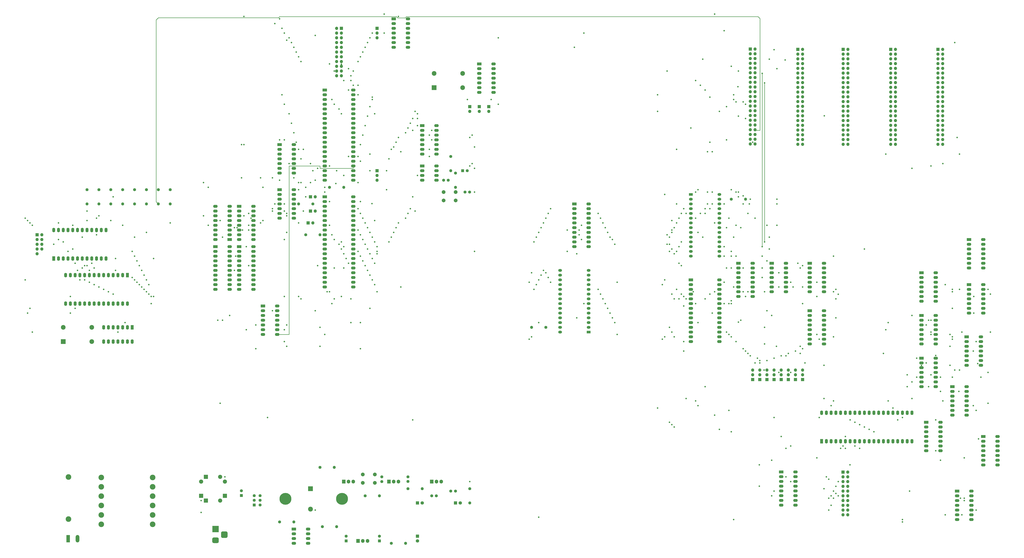
<source format=gbr>
%TF.GenerationSoftware,KiCad,Pcbnew,(5.1.10)-1*%
%TF.CreationDate,2022-04-25T14:42:15+01:00*%
%TF.ProjectId,Motherboard,4d6f7468-6572-4626-9f61-72642e6b6963,2.2*%
%TF.SameCoordinates,Original*%
%TF.FileFunction,Copper,L6,Inr*%
%TF.FilePolarity,Positive*%
%FSLAX46Y46*%
G04 Gerber Fmt 4.6, Leading zero omitted, Abs format (unit mm)*
G04 Created by KiCad (PCBNEW (5.1.10)-1) date 2022-04-25 14:42:15*
%MOMM*%
%LPD*%
G01*
G04 APERTURE LIST*
%TA.AperFunction,ComponentPad*%
%ADD10O,2.400000X1.600000*%
%TD*%
%TA.AperFunction,ComponentPad*%
%ADD11R,2.400000X1.600000*%
%TD*%
%TA.AperFunction,ComponentPad*%
%ADD12C,3.000000*%
%TD*%
%TA.AperFunction,ComponentPad*%
%ADD13C,1.600000*%
%TD*%
%TA.AperFunction,ComponentPad*%
%ADD14R,1.600000X1.600000*%
%TD*%
%TA.AperFunction,ComponentPad*%
%ADD15O,1.700000X1.700000*%
%TD*%
%TA.AperFunction,ComponentPad*%
%ADD16R,1.700000X1.700000*%
%TD*%
%TA.AperFunction,ComponentPad*%
%ADD17O,1.600000X2.400000*%
%TD*%
%TA.AperFunction,ComponentPad*%
%ADD18R,1.600000X2.400000*%
%TD*%
%TA.AperFunction,ComponentPad*%
%ADD19O,1.600000X1.600000*%
%TD*%
%TA.AperFunction,ComponentPad*%
%ADD20O,2.000000X1.440000*%
%TD*%
%TA.AperFunction,ComponentPad*%
%ADD21R,2.000000X1.440000*%
%TD*%
%TA.AperFunction,ComponentPad*%
%ADD22O,1.905000X2.000000*%
%TD*%
%TA.AperFunction,ComponentPad*%
%ADD23R,1.905000X2.000000*%
%TD*%
%TA.AperFunction,ComponentPad*%
%ADD24C,2.500000*%
%TD*%
%TA.AperFunction,ComponentPad*%
%ADD25R,2.500000X2.500000*%
%TD*%
%TA.AperFunction,ComponentPad*%
%ADD26C,2.000000*%
%TD*%
%TA.AperFunction,ComponentPad*%
%ADD27C,6.350000*%
%TD*%
%TA.AperFunction,ComponentPad*%
%ADD28C,2.600000*%
%TD*%
%TA.AperFunction,ComponentPad*%
%ADD29R,2.600000X2.600000*%
%TD*%
%TA.AperFunction,ComponentPad*%
%ADD30O,1.980000X3.960000*%
%TD*%
%TA.AperFunction,ComponentPad*%
%ADD31R,1.980000X3.960000*%
%TD*%
%TA.AperFunction,ComponentPad*%
%ADD32R,3.500000X3.500000*%
%TD*%
%TA.AperFunction,ComponentPad*%
%ADD33C,1.800000*%
%TD*%
%TA.AperFunction,ComponentPad*%
%ADD34R,1.800000X1.800000*%
%TD*%
%TA.AperFunction,ComponentPad*%
%ADD35O,2.200000X2.200000*%
%TD*%
%TA.AperFunction,ComponentPad*%
%ADD36R,2.200000X2.200000*%
%TD*%
%TA.AperFunction,ViaPad*%
%ADD37C,0.800000*%
%TD*%
%TA.AperFunction,Conductor*%
%ADD38C,0.250000*%
%TD*%
G04 APERTURE END LIST*
D10*
%TO.N,VCC*%
%TO.C,U20*%
X441960000Y-275564600D03*
%TO.N,GND*%
X434340000Y-293344600D03*
%TO.N,Net-(U20-Pad15)*%
X441960000Y-278104600D03*
%TO.N,SEL7\u005C*%
X434340000Y-290804600D03*
%TO.N,SEL1\u005C*%
X441960000Y-280644600D03*
%TO.N,65SIB_CS*%
X434340000Y-288264600D03*
%TO.N,SEL2\u005C*%
X441960000Y-283184600D03*
%TO.N,DEV_CS\u005C*%
X434340000Y-285724600D03*
%TO.N,SEL3\u005C*%
X441960000Y-285724600D03*
%TO.N,Net-(U20-Pad4)*%
X434340000Y-283184600D03*
%TO.N,SEL4\u005C*%
X441960000Y-288264600D03*
%TO.N,Net-(U20-Pad3)*%
X434340000Y-280644600D03*
%TO.N,SEL5\u005C*%
X441960000Y-290804600D03*
%TO.N,Net-(U20-Pad2)*%
X434340000Y-278104600D03*
%TO.N,SEL6\u005C*%
X441960000Y-293344600D03*
D11*
%TO.N,Net-(U20-Pad1)*%
X434340000Y-275564600D03*
%TD*%
D12*
%TO.N,Net-(F1-Pad2)*%
%TO.C,F1*%
X53619400Y-300757000D03*
%TO.N,Net-(F1-Pad1)*%
X53619400Y-278257000D03*
%TD*%
D13*
%TO.N,Net-(CP1-Pad1)*%
%TO.C,SW1*%
X156031800Y-288217600D03*
%TO.N,FUSE_IN*%
X156031800Y-290717600D03*
%TO.N,Net-(J1-Pad1)*%
X156031800Y-293217600D03*
%TO.N,Net-(CP1-Pad2)*%
X152831800Y-288217600D03*
%TO.N,GND*%
X152831800Y-290717600D03*
D14*
%TO.N,Net-(J1-Pad2)*%
X152831800Y-293217600D03*
%TD*%
D10*
%TO.N,VCC*%
%TO.C,U15*%
X535940000Y-285750000D03*
%TO.N,GND*%
X528320000Y-300990000D03*
%TO.N,A11*%
X535940000Y-288290000D03*
%TO.N,Net-(U15-Pad6)*%
X528320000Y-298450000D03*
%TO.N,Net-(U15-Pad12)*%
X535940000Y-290830000D03*
%TO.N,A6*%
X528320000Y-295910000D03*
%TO.N,A8*%
X535940000Y-293370000D03*
%TO.N,Net-(U15-Pad4)*%
X528320000Y-293370000D03*
%TO.N,Net-(U15-Pad10)*%
X535940000Y-295910000D03*
%TO.N,RW*%
X528320000Y-290830000D03*
%TO.N,A15*%
X535940000Y-298450000D03*
%TO.N,Net-(U15-Pad2)*%
X528320000Y-288290000D03*
%TO.N,Net-(U15-Pad8)*%
X535940000Y-300990000D03*
D11*
%TO.N,RW*%
X528320000Y-285750000D03*
%TD*%
D15*
%TO.N,+12v*%
%TO.C,J9*%
X520648800Y-100228400D03*
%TO.N,Sync*%
X518108800Y-100228400D03*
%TO.N,-12v*%
X520648800Y-97688400D03*
%TO.N,RDY*%
X518108800Y-97688400D03*
%TO.N,IRQ7\u005C*%
X520648800Y-95148400D03*
%TO.N,RW*%
X518108800Y-95148400D03*
%TO.N,IRQ6\u005C*%
X520648800Y-92608400D03*
%TO.N,A15*%
X518108800Y-92608400D03*
%TO.N,IRQ5\u005C*%
X520648800Y-90068400D03*
%TO.N,A14*%
X518108800Y-90068400D03*
%TO.N,IRQ4\u005C*%
X520648800Y-87528400D03*
%TO.N,A13*%
X518108800Y-87528400D03*
%TO.N,IRQ3\u005C*%
X520648800Y-84988400D03*
%TO.N,A12*%
X518108800Y-84988400D03*
%TO.N,DEV_CS\u005C*%
X520648800Y-82448400D03*
%TO.N,A11*%
X518108800Y-82448400D03*
%TO.N,Page_En*%
X520648800Y-79908400D03*
%TO.N,A10*%
X518108800Y-79908400D03*
%TO.N,PHI2*%
X520648800Y-77368400D03*
%TO.N,A9*%
X518108800Y-77368400D03*
%TO.N,PHI1*%
X520648800Y-74828400D03*
%TO.N,A8*%
X518108800Y-74828400D03*
%TO.N,CLK*%
X520648800Y-72288400D03*
%TO.N,A7*%
X518108800Y-72288400D03*
%TO.N,Reset\u005C*%
X520648800Y-69748400D03*
%TO.N,A6*%
X518108800Y-69748400D03*
%TO.N,D7*%
X520648800Y-67208400D03*
%TO.N,A5*%
X518108800Y-67208400D03*
%TO.N,D6*%
X520648800Y-64668400D03*
%TO.N,A4*%
X518108800Y-64668400D03*
%TO.N,D5*%
X520648800Y-62128400D03*
%TO.N,A3*%
X518108800Y-62128400D03*
%TO.N,D4*%
X520648800Y-59588400D03*
%TO.N,A2*%
X518108800Y-59588400D03*
%TO.N,D3*%
X520648800Y-57048400D03*
%TO.N,A1*%
X518108800Y-57048400D03*
%TO.N,D2*%
X520648800Y-54508400D03*
%TO.N,A0*%
X518108800Y-54508400D03*
%TO.N,D1*%
X520648800Y-51968400D03*
%TO.N,GND*%
X518108800Y-51968400D03*
%TO.N,D0*%
X520648800Y-49428400D03*
D16*
%TO.N,VCC*%
X518108800Y-49428400D03*
%TD*%
D15*
%TO.N,+12v*%
%TO.C,J8*%
X495414000Y-100228400D03*
%TO.N,Sync*%
X492874000Y-100228400D03*
%TO.N,-12v*%
X495414000Y-97688400D03*
%TO.N,RDY*%
X492874000Y-97688400D03*
%TO.N,IRQ7\u005C*%
X495414000Y-95148400D03*
%TO.N,RW*%
X492874000Y-95148400D03*
%TO.N,IRQ6\u005C*%
X495414000Y-92608400D03*
%TO.N,A15*%
X492874000Y-92608400D03*
%TO.N,IRQ5\u005C*%
X495414000Y-90068400D03*
%TO.N,A14*%
X492874000Y-90068400D03*
%TO.N,IRQ4\u005C*%
X495414000Y-87528400D03*
%TO.N,A13*%
X492874000Y-87528400D03*
%TO.N,IRQ3\u005C*%
X495414000Y-84988400D03*
%TO.N,A12*%
X492874000Y-84988400D03*
%TO.N,DEV_CS\u005C*%
X495414000Y-82448400D03*
%TO.N,A11*%
X492874000Y-82448400D03*
%TO.N,Page_En*%
X495414000Y-79908400D03*
%TO.N,A10*%
X492874000Y-79908400D03*
%TO.N,PHI2*%
X495414000Y-77368400D03*
%TO.N,A9*%
X492874000Y-77368400D03*
%TO.N,PHI1*%
X495414000Y-74828400D03*
%TO.N,A8*%
X492874000Y-74828400D03*
%TO.N,CLK*%
X495414000Y-72288400D03*
%TO.N,A7*%
X492874000Y-72288400D03*
%TO.N,Reset\u005C*%
X495414000Y-69748400D03*
%TO.N,A6*%
X492874000Y-69748400D03*
%TO.N,D7*%
X495414000Y-67208400D03*
%TO.N,A5*%
X492874000Y-67208400D03*
%TO.N,D6*%
X495414000Y-64668400D03*
%TO.N,A4*%
X492874000Y-64668400D03*
%TO.N,D5*%
X495414000Y-62128400D03*
%TO.N,A3*%
X492874000Y-62128400D03*
%TO.N,D4*%
X495414000Y-59588400D03*
%TO.N,A2*%
X492874000Y-59588400D03*
%TO.N,D3*%
X495414000Y-57048400D03*
%TO.N,A1*%
X492874000Y-57048400D03*
%TO.N,D2*%
X495414000Y-54508400D03*
%TO.N,A0*%
X492874000Y-54508400D03*
%TO.N,D1*%
X495414000Y-51968400D03*
%TO.N,GND*%
X492874000Y-51968400D03*
%TO.N,D0*%
X495414000Y-49428400D03*
D16*
%TO.N,VCC*%
X492874000Y-49428400D03*
%TD*%
D15*
%TO.N,+12v*%
%TO.C,J7*%
X470026800Y-100177600D03*
%TO.N,Sync*%
X467486800Y-100177600D03*
%TO.N,-12v*%
X470026800Y-97637600D03*
%TO.N,RDY*%
X467486800Y-97637600D03*
%TO.N,IRQ7\u005C*%
X470026800Y-95097600D03*
%TO.N,RW*%
X467486800Y-95097600D03*
%TO.N,IRQ6\u005C*%
X470026800Y-92557600D03*
%TO.N,A15*%
X467486800Y-92557600D03*
%TO.N,IRQ5\u005C*%
X470026800Y-90017600D03*
%TO.N,A14*%
X467486800Y-90017600D03*
%TO.N,IRQ4\u005C*%
X470026800Y-87477600D03*
%TO.N,A13*%
X467486800Y-87477600D03*
%TO.N,IRQ3\u005C*%
X470026800Y-84937600D03*
%TO.N,A12*%
X467486800Y-84937600D03*
%TO.N,DEV_CS\u005C*%
X470026800Y-82397600D03*
%TO.N,A11*%
X467486800Y-82397600D03*
%TO.N,Page_En*%
X470026800Y-79857600D03*
%TO.N,A10*%
X467486800Y-79857600D03*
%TO.N,PHI2*%
X470026800Y-77317600D03*
%TO.N,A9*%
X467486800Y-77317600D03*
%TO.N,PHI1*%
X470026800Y-74777600D03*
%TO.N,A8*%
X467486800Y-74777600D03*
%TO.N,CLK*%
X470026800Y-72237600D03*
%TO.N,A7*%
X467486800Y-72237600D03*
%TO.N,Reset\u005C*%
X470026800Y-69697600D03*
%TO.N,A6*%
X467486800Y-69697600D03*
%TO.N,D7*%
X470026800Y-67157600D03*
%TO.N,A5*%
X467486800Y-67157600D03*
%TO.N,D6*%
X470026800Y-64617600D03*
%TO.N,A4*%
X467486800Y-64617600D03*
%TO.N,D5*%
X470026800Y-62077600D03*
%TO.N,A3*%
X467486800Y-62077600D03*
%TO.N,D4*%
X470026800Y-59537600D03*
%TO.N,A2*%
X467486800Y-59537600D03*
%TO.N,D3*%
X470026800Y-56997600D03*
%TO.N,A1*%
X467486800Y-56997600D03*
%TO.N,D2*%
X470026800Y-54457600D03*
%TO.N,A0*%
X467486800Y-54457600D03*
%TO.N,D1*%
X470026800Y-51917600D03*
%TO.N,GND*%
X467486800Y-51917600D03*
%TO.N,D0*%
X470026800Y-49377600D03*
D16*
%TO.N,VCC*%
X467486800Y-49377600D03*
%TD*%
D15*
%TO.N,+12v*%
%TO.C,J6*%
X445808000Y-100177600D03*
%TO.N,Sync*%
X443268000Y-100177600D03*
%TO.N,-12v*%
X445808000Y-97637600D03*
%TO.N,RDY*%
X443268000Y-97637600D03*
%TO.N,IRQ7\u005C*%
X445808000Y-95097600D03*
%TO.N,RW*%
X443268000Y-95097600D03*
%TO.N,IRQ6\u005C*%
X445808000Y-92557600D03*
%TO.N,A15*%
X443268000Y-92557600D03*
%TO.N,IRQ5\u005C*%
X445808000Y-90017600D03*
%TO.N,A14*%
X443268000Y-90017600D03*
%TO.N,IRQ4\u005C*%
X445808000Y-87477600D03*
%TO.N,A13*%
X443268000Y-87477600D03*
%TO.N,IRQ3\u005C*%
X445808000Y-84937600D03*
%TO.N,A12*%
X443268000Y-84937600D03*
%TO.N,DEV_CS\u005C*%
X445808000Y-82397600D03*
%TO.N,A11*%
X443268000Y-82397600D03*
%TO.N,Page_En*%
X445808000Y-79857600D03*
%TO.N,A10*%
X443268000Y-79857600D03*
%TO.N,PHI2*%
X445808000Y-77317600D03*
%TO.N,A9*%
X443268000Y-77317600D03*
%TO.N,PHI1*%
X445808000Y-74777600D03*
%TO.N,A8*%
X443268000Y-74777600D03*
%TO.N,CLK*%
X445808000Y-72237600D03*
%TO.N,A7*%
X443268000Y-72237600D03*
%TO.N,Reset\u005C*%
X445808000Y-69697600D03*
%TO.N,A6*%
X443268000Y-69697600D03*
%TO.N,D7*%
X445808000Y-67157600D03*
%TO.N,A5*%
X443268000Y-67157600D03*
%TO.N,D6*%
X445808000Y-64617600D03*
%TO.N,A4*%
X443268000Y-64617600D03*
%TO.N,D5*%
X445808000Y-62077600D03*
%TO.N,A3*%
X443268000Y-62077600D03*
%TO.N,D4*%
X445808000Y-59537600D03*
%TO.N,A2*%
X443268000Y-59537600D03*
%TO.N,D3*%
X445808000Y-56997600D03*
%TO.N,A1*%
X443268000Y-56997600D03*
%TO.N,D2*%
X445808000Y-54457600D03*
%TO.N,A0*%
X443268000Y-54457600D03*
%TO.N,D1*%
X445808000Y-51917600D03*
%TO.N,GND*%
X443268000Y-51917600D03*
%TO.N,D0*%
X445808000Y-49377600D03*
D16*
%TO.N,VCC*%
X443268000Y-49377600D03*
%TD*%
D15*
%TO.N,+12v*%
%TO.C,J5*%
X420420800Y-100025200D03*
%TO.N,Sync*%
X417880800Y-100025200D03*
%TO.N,-12v*%
X420420800Y-97485200D03*
%TO.N,RDY*%
X417880800Y-97485200D03*
%TO.N,IRQ7\u005C*%
X420420800Y-94945200D03*
%TO.N,RW*%
X417880800Y-94945200D03*
%TO.N,IRQ6\u005C*%
X420420800Y-92405200D03*
%TO.N,A15*%
X417880800Y-92405200D03*
%TO.N,IRQ5\u005C*%
X420420800Y-89865200D03*
%TO.N,A14*%
X417880800Y-89865200D03*
%TO.N,IRQ4\u005C*%
X420420800Y-87325200D03*
%TO.N,A13*%
X417880800Y-87325200D03*
%TO.N,IRQ3\u005C*%
X420420800Y-84785200D03*
%TO.N,A12*%
X417880800Y-84785200D03*
%TO.N,DEV_CS\u005C*%
X420420800Y-82245200D03*
%TO.N,A11*%
X417880800Y-82245200D03*
%TO.N,Page_En*%
X420420800Y-79705200D03*
%TO.N,A10*%
X417880800Y-79705200D03*
%TO.N,PHI2*%
X420420800Y-77165200D03*
%TO.N,A9*%
X417880800Y-77165200D03*
%TO.N,PHI1*%
X420420800Y-74625200D03*
%TO.N,A8*%
X417880800Y-74625200D03*
%TO.N,CLK*%
X420420800Y-72085200D03*
%TO.N,A7*%
X417880800Y-72085200D03*
%TO.N,Reset\u005C*%
X420420800Y-69545200D03*
%TO.N,A6*%
X417880800Y-69545200D03*
%TO.N,D7*%
X420420800Y-67005200D03*
%TO.N,A5*%
X417880800Y-67005200D03*
%TO.N,D6*%
X420420800Y-64465200D03*
%TO.N,A4*%
X417880800Y-64465200D03*
%TO.N,D5*%
X420420800Y-61925200D03*
%TO.N,A3*%
X417880800Y-61925200D03*
%TO.N,D4*%
X420420800Y-59385200D03*
%TO.N,A2*%
X417880800Y-59385200D03*
%TO.N,D3*%
X420420800Y-56845200D03*
%TO.N,A1*%
X417880800Y-56845200D03*
%TO.N,D2*%
X420420800Y-54305200D03*
%TO.N,A0*%
X417880800Y-54305200D03*
%TO.N,D1*%
X420420800Y-51765200D03*
%TO.N,GND*%
X417880800Y-51765200D03*
%TO.N,D0*%
X420420800Y-49225200D03*
D16*
%TO.N,VCC*%
X417880800Y-49225200D03*
%TD*%
D10*
%TO.N,CA1*%
%TO.C,U33*%
X205740000Y-71120000D03*
%TO.N,VCC*%
X190500000Y-119380000D03*
%TO.N,CA2*%
X205740000Y-73660000D03*
%TO.N,CB2*%
X190500000Y-116840000D03*
%TO.N,A0*%
X205740000Y-76200000D03*
%TO.N,CB1*%
X190500000Y-114300000D03*
%TO.N,A1*%
X205740000Y-78740000D03*
%TO.N,GPIO15*%
X190500000Y-111760000D03*
%TO.N,A2*%
X205740000Y-81280000D03*
%TO.N,GPIO14*%
X190500000Y-109220000D03*
%TO.N,A3*%
X205740000Y-83820000D03*
%TO.N,GPIO13*%
X190500000Y-106680000D03*
%TO.N,RESET\u005C*%
X205740000Y-86360000D03*
%TO.N,GPIO12*%
X190500000Y-104140000D03*
%TO.N,D0*%
X205740000Y-88900000D03*
%TO.N,GPIO11*%
X190500000Y-101600000D03*
%TO.N,D1*%
X205740000Y-91440000D03*
%TO.N,GPIO10*%
X190500000Y-99060000D03*
%TO.N,D2*%
X205740000Y-93980000D03*
%TO.N,GPIO9*%
X190500000Y-96520000D03*
%TO.N,D3*%
X205740000Y-96520000D03*
%TO.N,GPIO8*%
X190500000Y-93980000D03*
%TO.N,D4*%
X205740000Y-99060000D03*
%TO.N,GPIO7*%
X190500000Y-91440000D03*
%TO.N,D5*%
X205740000Y-101600000D03*
%TO.N,GPIO6*%
X190500000Y-88900000D03*
%TO.N,D6*%
X205740000Y-104140000D03*
%TO.N,GPIO5*%
X190500000Y-86360000D03*
%TO.N,D7*%
X205740000Y-106680000D03*
%TO.N,GPIO4*%
X190500000Y-83820000D03*
%TO.N,PHI2*%
X205740000Y-109220000D03*
%TO.N,GPIO3*%
X190500000Y-81280000D03*
%TO.N,CS_GPIO*%
X205740000Y-111760000D03*
%TO.N,GPIO2*%
X190500000Y-78740000D03*
%TO.N,DEV_CS\u005C*%
X205740000Y-114300000D03*
%TO.N,GPIO1*%
X190500000Y-76200000D03*
%TO.N,RW*%
X205740000Y-116840000D03*
%TO.N,GPIO0*%
X190500000Y-73660000D03*
%TO.N,IRQ_DECIDE\u005C*%
X205740000Y-119380000D03*
D11*
%TO.N,GND*%
X190500000Y-71120000D03*
%TD*%
D10*
%TO.N,RESET\u005C*%
%TO.C,U21*%
X205740000Y-128270000D03*
%TO.N,A11*%
X190500000Y-176530000D03*
%TO.N,PHI2*%
X205740000Y-130810000D03*
%TO.N,A10*%
X190500000Y-173990000D03*
%TO.N,VCC*%
X205740000Y-133350000D03*
%TO.N,A9*%
X190500000Y-171450000D03*
%TO.N,CLK*%
X205740000Y-135890000D03*
%TO.N,A8*%
X190500000Y-168910000D03*
%TO.N,Net-(U21-Pad36)*%
X205740000Y-138430000D03*
%TO.N,A7*%
X190500000Y-166370000D03*
%TO.N,Net-(U21-Pad35)*%
X205740000Y-140970000D03*
%TO.N,A6*%
X190500000Y-163830000D03*
%TO.N,RW*%
X205740000Y-143510000D03*
%TO.N,A5*%
X190500000Y-161290000D03*
%TO.N,D0*%
X205740000Y-146050000D03*
%TO.N,A4*%
X190500000Y-158750000D03*
%TO.N,D1*%
X205740000Y-148590000D03*
%TO.N,A3*%
X190500000Y-156210000D03*
%TO.N,D2*%
X205740000Y-151130000D03*
%TO.N,A2*%
X190500000Y-153670000D03*
%TO.N,D3*%
X205740000Y-153670000D03*
%TO.N,A1*%
X190500000Y-151130000D03*
%TO.N,D4*%
X205740000Y-156210000D03*
%TO.N,A0*%
X190500000Y-148590000D03*
%TO.N,D5*%
X205740000Y-158750000D03*
%TO.N,VCC*%
X190500000Y-146050000D03*
%TO.N,D6*%
X205740000Y-161290000D03*
%TO.N,SYNC*%
X190500000Y-143510000D03*
%TO.N,D7*%
X205740000Y-163830000D03*
%TO.N,Net-(JP9-Pad2)*%
X190500000Y-140970000D03*
%TO.N,A15*%
X205740000Y-166370000D03*
%TO.N,Net-(U21-Pad5)*%
X190500000Y-138430000D03*
%TO.N,A14*%
X205740000Y-168910000D03*
%TO.N,Net-(JP10-Pad2)*%
X190500000Y-135890000D03*
%TO.N,A13*%
X205740000Y-171450000D03*
%TO.N,PHI1*%
X190500000Y-133350000D03*
%TO.N,A12*%
X205740000Y-173990000D03*
%TO.N,RDY*%
X190500000Y-130810000D03*
%TO.N,GND*%
X205740000Y-176530000D03*
D11*
%TO.N,Net-(JP11-Pad2)*%
X190500000Y-128270000D03*
%TD*%
D10*
%TO.N,VCC*%
%TO.C,U9*%
X401320000Y-172720000D03*
%TO.N,GND*%
X386080000Y-205740000D03*
%TO.N,RAM_WE\u005C*%
X401320000Y-175260000D03*
%TO.N,D2*%
X386080000Y-203200000D03*
%TO.N,A13*%
X401320000Y-177800000D03*
%TO.N,D1*%
X386080000Y-200660000D03*
%TO.N,A8*%
X401320000Y-180340000D03*
%TO.N,D0*%
X386080000Y-198120000D03*
%TO.N,A9*%
X401320000Y-182880000D03*
%TO.N,A0*%
X386080000Y-195580000D03*
%TO.N,A11*%
X401320000Y-185420000D03*
%TO.N,A1*%
X386080000Y-193040000D03*
%TO.N,RAM_OE\u005C*%
X401320000Y-187960000D03*
%TO.N,A2*%
X386080000Y-190500000D03*
%TO.N,A10*%
X401320000Y-190500000D03*
%TO.N,A3*%
X386080000Y-187960000D03*
%TO.N,Net-(U3-Pad3)*%
X401320000Y-193040000D03*
%TO.N,A4*%
X386080000Y-185420000D03*
%TO.N,D7*%
X401320000Y-195580000D03*
%TO.N,A5*%
X386080000Y-182880000D03*
%TO.N,D6*%
X401320000Y-198120000D03*
%TO.N,A6*%
X386080000Y-180340000D03*
%TO.N,D5*%
X401320000Y-200660000D03*
%TO.N,A7*%
X386080000Y-177800000D03*
%TO.N,D4*%
X401320000Y-203200000D03*
%TO.N,A12*%
X386080000Y-175260000D03*
%TO.N,D3*%
X401320000Y-205740000D03*
D11*
%TO.N,A14*%
X386080000Y-172720000D03*
%TD*%
D17*
%TO.N,65SIB_IRQ\u005C*%
%TO.C,U27*%
X455930000Y-243840000D03*
%TO.N,VCC*%
X504190000Y-259080000D03*
%TO.N,Net-(U27-Pad39)*%
X458470000Y-243840000D03*
%TO.N,Net-(U27-Pad19)*%
X501650000Y-259080000D03*
%TO.N,A0*%
X461010000Y-243840000D03*
%TO.N,Net-(U27-Pad18)*%
X499110000Y-259080000D03*
%TO.N,A1*%
X463550000Y-243840000D03*
%TO.N,Net-(U27-Pad17)*%
X496570000Y-259080000D03*
%TO.N,A2*%
X466090000Y-243840000D03*
%TO.N,Net-(U27-Pad16)*%
X494030000Y-259080000D03*
%TO.N,A3*%
X468630000Y-243840000D03*
%TO.N,Net-(U27-Pad15)*%
X491490000Y-259080000D03*
%TO.N,RESET\u005C*%
X471170000Y-243840000D03*
%TO.N,Net-(U27-Pad14)*%
X488950000Y-259080000D03*
%TO.N,D0*%
X473710000Y-243840000D03*
%TO.N,Net-(U27-Pad13)*%
X486410000Y-259080000D03*
%TO.N,D1*%
X476250000Y-243840000D03*
%TO.N,Net-(U27-Pad12)*%
X483870000Y-259080000D03*
%TO.N,D2*%
X478790000Y-243840000D03*
%TO.N,Net-(U27-Pad11)*%
X481330000Y-259080000D03*
%TO.N,D3*%
X481330000Y-243840000D03*
%TO.N,Net-(U27-Pad10)*%
X478790000Y-259080000D03*
%TO.N,D4*%
X483870000Y-243840000D03*
%TO.N,65SIB_MISO*%
X476250000Y-259080000D03*
%TO.N,D5*%
X486410000Y-243840000D03*
%TO.N,CONF\u005C*%
X473710000Y-259080000D03*
%TO.N,D6*%
X488950000Y-243840000D03*
%TO.N,Net-(U20-Pad4)*%
X471170000Y-259080000D03*
%TO.N,D7*%
X491490000Y-243840000D03*
%TO.N,Net-(U20-Pad1)*%
X468630000Y-259080000D03*
%TO.N,CLK*%
X494030000Y-243840000D03*
%TO.N,Net-(U20-Pad2)*%
X466090000Y-259080000D03*
%TO.N,65SIB_CS*%
X496570000Y-243840000D03*
%TO.N,Net-(U20-Pad3)*%
X463550000Y-259080000D03*
%TO.N,DEV_CS\u005C*%
X499110000Y-243840000D03*
%TO.N,65SIB_MOSI*%
X461010000Y-259080000D03*
%TO.N,RW*%
X501650000Y-243840000D03*
%TO.N,65SIB_CLK*%
X458470000Y-259080000D03*
%TO.N,IRQ2\u005C*%
X504190000Y-243840000D03*
D18*
%TO.N,GND*%
X455930000Y-259080000D03*
%TD*%
D15*
%TO.N,Net-(J3-Pad9)*%
%TO.C,J3*%
X36830000Y-158750000D03*
%TO.N,CTS_COM_PORT*%
X39370000Y-156210000D03*
%TO.N,RTS_COM_PORT*%
X36830000Y-156210000D03*
%TO.N,DSR_COM_PORT*%
X39370000Y-153670000D03*
%TO.N,GND*%
X36830000Y-153670000D03*
%TO.N,DTR_COM_PORT*%
X39370000Y-151130000D03*
%TO.N,Tx_COM_PORT*%
X36830000Y-151130000D03*
%TO.N,Rx_COM_PORT*%
X39370000Y-148590000D03*
D16*
%TO.N,DCD_COM_PORT*%
X36830000Y-148590000D03*
%TD*%
D19*
%TO.N,VCC*%
%TO.C,R22*%
X300990000Y-198120000D03*
D13*
%TO.N,Net-(R22-Pad1)*%
X308610000Y-198120000D03*
%TD*%
D10*
%TO.N,VCC*%
%TO.C,U16*%
X139700000Y-154940000D03*
%TO.N,GND*%
X132080000Y-177800000D03*
%TO.N,Net-(U16-Pad19)*%
X139700000Y-157480000D03*
%TO.N,D7*%
X132080000Y-175260000D03*
%TO.N,Net-(U16-Pad18)*%
X139700000Y-160020000D03*
%TO.N,D6*%
X132080000Y-172720000D03*
%TO.N,Net-(U16-Pad17)*%
X139700000Y-162560000D03*
%TO.N,D5*%
X132080000Y-170180000D03*
%TO.N,Net-(U16-Pad16)*%
X139700000Y-165100000D03*
%TO.N,D4*%
X132080000Y-167640000D03*
%TO.N,Net-(U16-Pad15)*%
X139700000Y-167640000D03*
%TO.N,D3*%
X132080000Y-165100000D03*
%TO.N,Net-(U16-Pad14)*%
X139700000Y-170180000D03*
%TO.N,D2*%
X132080000Y-162560000D03*
%TO.N,Net-(U16-Pad13)*%
X139700000Y-172720000D03*
%TO.N,D1*%
X132080000Y-160020000D03*
%TO.N,Net-(U16-Pad12)*%
X139700000Y-175260000D03*
%TO.N,D0*%
X132080000Y-157480000D03*
%TO.N,CS_WR*%
X139700000Y-177800000D03*
D11*
%TO.N,GND*%
X132080000Y-154940000D03*
%TD*%
D13*
%TO.N,GND*%
%TO.C,C1*%
X220980000Y-278170000D03*
%TO.N,FUSE_OUT*%
X220980000Y-280670000D03*
%TD*%
D15*
%TO.N,GND*%
%TO.C,J4*%
X196850000Y-63500000D03*
%TO.N,CB2*%
X199390000Y-63500000D03*
%TO.N,CB1*%
X196850000Y-60960000D03*
%TO.N,CA2*%
X199390000Y-60960000D03*
%TO.N,CA1*%
X196850000Y-58420000D03*
%TO.N,GPIO15*%
X199390000Y-58420000D03*
%TO.N,GPIO14*%
X196850000Y-55880000D03*
%TO.N,GPIO13*%
X199390000Y-55880000D03*
%TO.N,GPIO12*%
X196850000Y-53340000D03*
%TO.N,GPIO11*%
X199390000Y-53340000D03*
%TO.N,GPIO10*%
X196850000Y-50800000D03*
%TO.N,GPIO9*%
X199390000Y-50800000D03*
%TO.N,GPIO8*%
X196850000Y-48260000D03*
%TO.N,GPIO7*%
X199390000Y-48260000D03*
%TO.N,GPIO6*%
X196850000Y-45720000D03*
%TO.N,GPIO5*%
X199390000Y-45720000D03*
%TO.N,GPIO4*%
X196850000Y-43180000D03*
%TO.N,GPIO3*%
X199390000Y-43180000D03*
%TO.N,GPIO2*%
X196850000Y-40640000D03*
%TO.N,GPIO1*%
X199390000Y-40640000D03*
%TO.N,GPIO0*%
X196850000Y-38100000D03*
D16*
%TO.N,VCC*%
X199390000Y-38100000D03*
%TD*%
D17*
%TO.N,N/C*%
%TO.C,U32*%
X87630000Y-205740000D03*
X72390000Y-198120000D03*
X85090000Y-205740000D03*
X74930000Y-198120000D03*
X82550000Y-205740000D03*
X77470000Y-198120000D03*
X80010000Y-205740000D03*
%TO.N,Net-(U29-Pad20)*%
X80010000Y-198120000D03*
%TO.N,N/C*%
X77470000Y-205740000D03*
%TO.N,CS0_COM*%
X82550000Y-198120000D03*
%TO.N,N/C*%
X74930000Y-205740000D03*
X85090000Y-198120000D03*
X72390000Y-205740000D03*
D18*
X87630000Y-198120000D03*
%TD*%
D20*
%TO.N,D3*%
%TO.C,U19*%
X316230000Y-167640000D03*
%TO.N,GND*%
X331470000Y-167640000D03*
%TO.N,D4*%
X316230000Y-170180000D03*
%TO.N,D2*%
X331470000Y-170180000D03*
%TO.N,D5*%
X316230000Y-172720000D03*
%TO.N,D1*%
X331470000Y-172720000D03*
%TO.N,D6*%
X316230000Y-175260000D03*
%TO.N,D0*%
X331470000Y-175260000D03*
%TO.N,D7*%
X316230000Y-177800000D03*
%TO.N,D0*%
X331470000Y-177800000D03*
%TO.N,GND*%
X316230000Y-180340000D03*
%TO.N,D1*%
X331470000Y-180340000D03*
%TO.N,GND*%
X316230000Y-182880000D03*
%TO.N,D2*%
X331470000Y-182880000D03*
%TO.N,VID_OE*%
X316230000Y-185420000D03*
%TO.N,D3*%
X331470000Y-185420000D03*
%TO.N,GND*%
X316230000Y-187960000D03*
%TO.N,D4*%
X331470000Y-187960000D03*
%TO.N,GND*%
X316230000Y-190500000D03*
%TO.N,D5*%
X331470000Y-190500000D03*
%TO.N,SYNC*%
X316230000Y-193040000D03*
%TO.N,D6*%
X331470000Y-193040000D03*
%TO.N,GND*%
X316230000Y-195580000D03*
%TO.N,D7*%
X331470000Y-195580000D03*
%TO.N,Net-(R22-Pad1)*%
X316230000Y-198120000D03*
%TO.N,GND*%
X331470000Y-198120000D03*
%TO.N,VCC*%
X316230000Y-200660000D03*
D21*
%TO.N,GND*%
X331470000Y-200660000D03*
%TD*%
D20*
%TO.N,D3*%
%TO.C,U11*%
X401320000Y-160020000D03*
%TO.N,GND*%
X386080000Y-160020000D03*
%TO.N,D4*%
X401320000Y-157480000D03*
%TO.N,D2*%
X386080000Y-157480000D03*
%TO.N,D5*%
X401320000Y-154940000D03*
%TO.N,D1*%
X386080000Y-154940000D03*
%TO.N,D6*%
X401320000Y-152400000D03*
%TO.N,D0*%
X386080000Y-152400000D03*
%TO.N,D7*%
X401320000Y-149860000D03*
%TO.N,A0*%
X386080000Y-149860000D03*
%TO.N,ROM_EN*%
X401320000Y-147320000D03*
%TO.N,A1*%
X386080000Y-147320000D03*
%TO.N,A10*%
X401320000Y-144780000D03*
%TO.N,A2*%
X386080000Y-144780000D03*
%TO.N,ROM_EN*%
X401320000Y-142240000D03*
%TO.N,A3*%
X386080000Y-142240000D03*
%TO.N,A11*%
X401320000Y-139700000D03*
%TO.N,A4*%
X386080000Y-139700000D03*
%TO.N,A9*%
X401320000Y-137160000D03*
%TO.N,A5*%
X386080000Y-137160000D03*
%TO.N,A8*%
X401320000Y-134620000D03*
%TO.N,A6*%
X386080000Y-134620000D03*
%TO.N,A13*%
X401320000Y-132080000D03*
%TO.N,A7*%
X386080000Y-132080000D03*
%TO.N,Net-(R16-Pad1)*%
X401320000Y-129540000D03*
%TO.N,A12*%
X386080000Y-129540000D03*
%TO.N,VCC*%
X401320000Y-127000000D03*
D21*
%TO.N,A14*%
X386080000Y-127000000D03*
%TD*%
D22*
%TO.N,-12v*%
%TO.C,U13*%
X213360000Y-312420000D03*
%TO.N,Net-(C5-Pad2)*%
X210820000Y-312420000D03*
D23*
%TO.N,GND*%
X208280000Y-312420000D03*
%TD*%
D24*
%TO.N,GND*%
%TO.C,X2*%
X66040000Y-205740000D03*
%TO.N,XTL1_COM*%
X66040000Y-198120000D03*
%TO.N,VCC*%
X50800000Y-198120000D03*
D25*
%TO.N,Net-(X2-Pad1)*%
X50800000Y-205740000D03*
%TD*%
D24*
%TO.N,GND*%
%TO.C,X1*%
X264160000Y-69850000D03*
%TO.N,CLK1*%
X264160000Y-62230000D03*
%TO.N,VCC*%
X248920000Y-62230000D03*
D25*
%TO.N,Net-(X1-Pad1)*%
X248920000Y-69850000D03*
%TD*%
D10*
%TO.N,VCC*%
%TO.C,U43*%
X542290000Y-151130000D03*
%TO.N,GND*%
X534670000Y-166370000D03*
%TO.N,N/C*%
X542290000Y-153670000D03*
X534670000Y-163830000D03*
X542290000Y-156210000D03*
X534670000Y-161290000D03*
X542290000Y-158750000D03*
X534670000Y-158750000D03*
X542290000Y-161290000D03*
X534670000Y-156210000D03*
X542290000Y-163830000D03*
%TO.N,Net-(U39-Pad10)*%
X534670000Y-153670000D03*
%TO.N,N/C*%
X542290000Y-166370000D03*
D11*
%TO.N,A3*%
X534670000Y-151130000D03*
%TD*%
D10*
%TO.N,VCC*%
%TO.C,U31*%
X549910000Y-256540000D03*
%TO.N,GND*%
X542290000Y-271780000D03*
%TO.N,N/C*%
X549910000Y-259080000D03*
X542290000Y-269240000D03*
X549910000Y-261620000D03*
X542290000Y-266700000D03*
X549910000Y-264160000D03*
X542290000Y-264160000D03*
X549910000Y-266700000D03*
X542290000Y-261620000D03*
X549910000Y-269240000D03*
%TO.N,Net-(U31-Pad2)*%
X542290000Y-259080000D03*
%TO.N,N/C*%
X549910000Y-271780000D03*
D11*
%TO.N,A11*%
X542290000Y-256540000D03*
%TD*%
D10*
%TO.N,VCC*%
%TO.C,U38*%
X541020000Y-203200000D03*
%TO.N,GND*%
X533400000Y-218440000D03*
%TO.N,N/C*%
X541020000Y-205740000D03*
X533400000Y-215900000D03*
X541020000Y-208280000D03*
X533400000Y-213360000D03*
X541020000Y-210820000D03*
%TO.N,Net-(U35-Pad10)*%
X533400000Y-210820000D03*
%TO.N,N/C*%
X541020000Y-213360000D03*
%TO.N,A5*%
X533400000Y-208280000D03*
%TO.N,A8*%
X541020000Y-215900000D03*
%TO.N,Net-(U35-Pad9)*%
X533400000Y-205740000D03*
%TO.N,Net-(U35-Pad1)*%
X541020000Y-218440000D03*
D11*
%TO.N,A4*%
X533400000Y-203200000D03*
%TD*%
D10*
%TO.N,VCC*%
%TO.C,U42*%
X516890000Y-168910000D03*
%TO.N,GND*%
X509270000Y-184150000D03*
%TO.N,N/C*%
X516890000Y-171450000D03*
X509270000Y-181610000D03*
X516890000Y-173990000D03*
X509270000Y-179070000D03*
X516890000Y-176530000D03*
X509270000Y-176530000D03*
%TO.N,Net-(U39-Pad6)*%
X516890000Y-179070000D03*
%TO.N,N/C*%
X509270000Y-173990000D03*
%TO.N,Net-(U39-Pad8)*%
X516890000Y-181610000D03*
%TO.N,N/C*%
X509270000Y-171450000D03*
%TO.N,CS0_COM*%
X516890000Y-184150000D03*
D11*
%TO.N,N/C*%
X509270000Y-168910000D03*
%TD*%
D10*
%TO.N,VCC*%
%TO.C,U36*%
X516890000Y-214630000D03*
%TO.N,GND*%
X509270000Y-229870000D03*
%TO.N,N/C*%
X516890000Y-217170000D03*
%TO.N,Net-(U35-Pad12)*%
X509270000Y-227330000D03*
%TO.N,N/C*%
X516890000Y-219710000D03*
%TO.N,A6*%
X509270000Y-224790000D03*
%TO.N,A9*%
X516890000Y-222250000D03*
%TO.N,Net-(U36-Pad4)*%
X509270000Y-222250000D03*
%TO.N,Net-(U35-Pad2)*%
X516890000Y-224790000D03*
%TO.N,A5*%
X509270000Y-219710000D03*
%TO.N,A9*%
X516890000Y-227330000D03*
%TO.N,Net-(U36-Pad2)*%
X509270000Y-217170000D03*
%TO.N,Net-(U36-Pad8)*%
X516890000Y-229870000D03*
D11*
%TO.N,A6*%
X509270000Y-214630000D03*
%TD*%
D10*
%TO.N,VCC*%
%TO.C,U39*%
X542290000Y-175260000D03*
%TO.N,GND*%
X534670000Y-190500000D03*
%TO.N,Net-(U36-Pad4)*%
X542290000Y-177800000D03*
%TO.N,Net-(U39-Pad6)*%
X534670000Y-187960000D03*
%TO.N,A4*%
X542290000Y-180340000D03*
%TO.N,Net-(U39-Pad5)*%
X534670000Y-185420000D03*
%TO.N,N/C*%
X542290000Y-182880000D03*
%TO.N,Net-(U15-Pad10)*%
X534670000Y-182880000D03*
%TO.N,Net-(U39-Pad10)*%
X542290000Y-185420000D03*
%TO.N,N/C*%
X534670000Y-180340000D03*
%TO.N,A2*%
X542290000Y-187960000D03*
%TO.N,Net-(U23-Pad8)*%
X534670000Y-177800000D03*
%TO.N,Net-(U39-Pad8)*%
X542290000Y-190500000D03*
D11*
%TO.N,Net-(U15-Pad6)*%
X534670000Y-175260000D03*
%TD*%
D10*
%TO.N,VCC*%
%TO.C,U35*%
X533400000Y-229870000D03*
%TO.N,GND*%
X525780000Y-245110000D03*
%TO.N,A7*%
X533400000Y-232410000D03*
%TO.N,Net-(U35-Pad6)*%
X525780000Y-242570000D03*
%TO.N,Net-(U35-Pad12)*%
X533400000Y-234950000D03*
%TO.N,Net-(U31-Pad2)*%
X525780000Y-240030000D03*
%TO.N,N/C*%
X533400000Y-237490000D03*
%TO.N,Net-(U23-Pad12)*%
X525780000Y-237490000D03*
%TO.N,Net-(U35-Pad10)*%
X533400000Y-240030000D03*
%TO.N,N/C*%
X525780000Y-234950000D03*
%TO.N,Net-(U35-Pad9)*%
X533400000Y-242570000D03*
%TO.N,Net-(U35-Pad2)*%
X525780000Y-232410000D03*
%TO.N,Net-(U35-Pad8)*%
X533400000Y-245110000D03*
D11*
%TO.N,Net-(U35-Pad1)*%
X525780000Y-229870000D03*
%TD*%
D10*
%TO.N,VCC*%
%TO.C,U37*%
X516890000Y-191770000D03*
%TO.N,GND*%
X509270000Y-207010000D03*
%TO.N,Net-(U23-Pad4)*%
X516890000Y-194310000D03*
%TO.N,Net-(U18-Pad10)*%
X509270000Y-204470000D03*
%TO.N,Net-(U36-Pad2)*%
X516890000Y-196850000D03*
%TO.N,Net-(U15-Pad12)*%
X509270000Y-201930000D03*
%TO.N,N/C*%
X516890000Y-199390000D03*
%TO.N,Net-(U23-Pad10)*%
X509270000Y-199390000D03*
%TO.N,A5*%
X516890000Y-201930000D03*
%TO.N,N/C*%
X509270000Y-196850000D03*
%TO.N,A4*%
X516890000Y-204470000D03*
%TO.N,Net-(U36-Pad8)*%
X509270000Y-194310000D03*
%TO.N,Net-(U18-Pad9)*%
X516890000Y-207010000D03*
D11*
%TO.N,Net-(U23-Pad6)*%
X509270000Y-191770000D03*
%TD*%
D10*
%TO.N,VCC*%
%TO.C,U40*%
X519430000Y-248920000D03*
%TO.N,GND*%
X511810000Y-264160000D03*
%TO.N,N/C*%
X519430000Y-251460000D03*
X511810000Y-261620000D03*
X519430000Y-254000000D03*
X511810000Y-259080000D03*
X519430000Y-256540000D03*
X511810000Y-256540000D03*
%TO.N,Net-(U35-Pad6)*%
X519430000Y-259080000D03*
%TO.N,N/C*%
X511810000Y-254000000D03*
%TO.N,Net-(U35-Pad8)*%
X519430000Y-261620000D03*
%TO.N,N/C*%
X511810000Y-251460000D03*
%TO.N,65SIB_CS*%
X519430000Y-264160000D03*
D11*
%TO.N,N/C*%
X511810000Y-248920000D03*
%TD*%
D17*
%TO.N,DSR_COM_PORT*%
%TO.C,U29*%
X45720000Y-146050000D03*
%TO.N,VCC*%
X73660000Y-161290000D03*
%TO.N,DSR_COM*%
X48260000Y-146050000D03*
%TO.N,GND*%
X71120000Y-161290000D03*
%TO.N,Net-(U29-Pad22)*%
X50800000Y-146050000D03*
%TO.N,Rx_COM_PORT*%
X68580000Y-161290000D03*
%TO.N,Net-(U29-Pad21)*%
X53340000Y-146050000D03*
%TO.N,Rx_COM*%
X66040000Y-161290000D03*
%TO.N,Net-(U29-Pad20)*%
X55880000Y-146050000D03*
%TO.N,Tx_COM*%
X63500000Y-161290000D03*
%TO.N,Net-(U29-Pad19)*%
X58420000Y-146050000D03*
%TO.N,RTS_COM*%
X60960000Y-161290000D03*
%TO.N,DCD_COM_PORT*%
X60960000Y-146050000D03*
%TO.N,CTS_COM*%
X58420000Y-161290000D03*
%TO.N,DCD_COM*%
X63500000Y-146050000D03*
%TO.N,CTS_COM_PORT*%
X55880000Y-161290000D03*
%TO.N,Net-(U29-Pad16)*%
X66040000Y-146050000D03*
%TO.N,RTS_COM_PORT*%
X53340000Y-161290000D03*
%TO.N,DTR_COM*%
X68580000Y-146050000D03*
%TO.N,Tx_COM_PORT*%
X50800000Y-161290000D03*
%TO.N,Net-(U29-Pad14)*%
X71120000Y-146050000D03*
%TO.N,DTR_COM_PORT*%
X48260000Y-161290000D03*
%TO.N,Net-(U29-Pad13)*%
X73660000Y-146050000D03*
D18*
%TO.N,Net-(U29-Pad1)*%
X45720000Y-161290000D03*
%TD*%
D10*
%TO.N,VCC*%
%TO.C,U28*%
X457200000Y-189230000D03*
%TO.N,GND*%
X449580000Y-207010000D03*
%TO.N,Net-(U28-Pad15)*%
X457200000Y-191770000D03*
%TO.N,Net-(U28-Pad7)*%
X449580000Y-204470000D03*
%TO.N,Net-(U28-Pad14)*%
X457200000Y-194310000D03*
%TO.N,A15*%
X449580000Y-201930000D03*
%TO.N,Net-(U28-Pad13)*%
X457200000Y-196850000D03*
%TO.N,GND*%
X449580000Y-199390000D03*
%TO.N,Net-(U28-Pad12)*%
X457200000Y-199390000D03*
%TO.N,GND*%
X449580000Y-196850000D03*
%TO.N,Net-(U28-Pad11)*%
X457200000Y-201930000D03*
%TO.N,A14*%
X449580000Y-194310000D03*
%TO.N,DEV_CS\u005C*%
X457200000Y-204470000D03*
%TO.N,A13*%
X449580000Y-191770000D03*
%TO.N,Net-(U28-Pad9)*%
X457200000Y-207010000D03*
D11*
%TO.N,A12*%
X449580000Y-189230000D03*
%TD*%
D10*
%TO.N,VCC*%
%TO.C,U26*%
X250190000Y-111760000D03*
X242570000Y-119380000D03*
%TO.N,Net-(CP2-Pad1)*%
X250190000Y-114300000D03*
%TO.N,Net-(U23-Pad1)*%
X242570000Y-116840000D03*
%TO.N,Net-(CP2-Pad1)*%
X250190000Y-116840000D03*
%TO.N,Net-(C7-Pad1)*%
X242570000Y-114300000D03*
%TO.N,Net-(C8-Pad1)*%
X250190000Y-119380000D03*
D11*
%TO.N,GND*%
X242570000Y-111760000D03*
%TD*%
D17*
%TO.N,RW*%
%TO.C,U25*%
X85090000Y-185420000D03*
%TO.N,A1*%
X52070000Y-170180000D03*
%TO.N,PHI2*%
X82550000Y-185420000D03*
%TO.N,A0*%
X54610000Y-170180000D03*
%TO.N,IRQ0\u005C*%
X80010000Y-185420000D03*
%TO.N,Rx_COM*%
X57150000Y-170180000D03*
%TO.N,D7*%
X77470000Y-185420000D03*
%TO.N,DTR_COM*%
X59690000Y-170180000D03*
%TO.N,D6*%
X74930000Y-185420000D03*
%TO.N,Tx_COM*%
X62230000Y-170180000D03*
%TO.N,D5*%
X72390000Y-185420000D03*
%TO.N,CTS_COM*%
X64770000Y-170180000D03*
%TO.N,D4*%
X69850000Y-185420000D03*
%TO.N,RTS_COM*%
X67310000Y-170180000D03*
%TO.N,D3*%
X67310000Y-185420000D03*
%TO.N,Net-(U25-Pad7)*%
X69850000Y-170180000D03*
%TO.N,D2*%
X64770000Y-185420000D03*
%TO.N,XTL1_COM*%
X72390000Y-170180000D03*
%TO.N,D1*%
X62230000Y-185420000D03*
%TO.N,N/C*%
X74930000Y-170180000D03*
%TO.N,D0*%
X59690000Y-185420000D03*
%TO.N,RESET\u005C*%
X77470000Y-170180000D03*
%TO.N,DSR_COM*%
X57150000Y-185420000D03*
%TO.N,DEV_CS\u005C*%
X80010000Y-170180000D03*
%TO.N,DCD_COM*%
X54610000Y-185420000D03*
%TO.N,CS0_COM*%
X82550000Y-170180000D03*
%TO.N,VCC*%
X52070000Y-185420000D03*
D18*
%TO.N,GND*%
X85090000Y-170180000D03*
%TD*%
D10*
%TO.N,VCC*%
%TO.C,U24*%
X280670000Y-57150000D03*
%TO.N,GND*%
X273050000Y-72390000D03*
%TO.N,VCC*%
X280670000Y-59690000D03*
%TO.N,Net-(U24-Pad11)*%
X273050000Y-69850000D03*
%TO.N,Net-(U24-Pad12)*%
X280670000Y-62230000D03*
%TO.N,CLK2*%
X273050000Y-67310000D03*
%TO.N,Net-(U24-Pad11)*%
X280670000Y-64770000D03*
%TO.N,VCC*%
X273050000Y-64770000D03*
X280670000Y-67310000D03*
%TO.N,CLK1*%
X273050000Y-62230000D03*
%TO.N,CLK4*%
X280670000Y-69850000D03*
%TO.N,Net-(U24-Pad11)*%
X273050000Y-59690000D03*
%TO.N,Net-(U24-Pad12)*%
X280670000Y-72390000D03*
D11*
%TO.N,VCC*%
X273050000Y-57150000D03*
%TD*%
D10*
%TO.N,VCC*%
%TO.C,U23*%
X250190000Y-90170000D03*
%TO.N,GND*%
X242570000Y-105410000D03*
%TO.N,A10*%
X250190000Y-92710000D03*
%TO.N,Net-(U23-Pad6)*%
X242570000Y-102870000D03*
%TO.N,Net-(U23-Pad12)*%
X250190000Y-95250000D03*
%TO.N,A8*%
X242570000Y-100330000D03*
%TO.N,A10*%
X250190000Y-97790000D03*
%TO.N,Net-(U23-Pad4)*%
X242570000Y-97790000D03*
%TO.N,Net-(U23-Pad10)*%
X250190000Y-100330000D03*
%TO.N,A7*%
X242570000Y-95250000D03*
X250190000Y-102870000D03*
%TO.N,RESET\u005C*%
X242570000Y-92710000D03*
%TO.N,Net-(U23-Pad8)*%
X250190000Y-105410000D03*
D11*
%TO.N,Net-(U23-Pad1)*%
X242570000Y-90170000D03*
%TD*%
D10*
%TO.N,VCC*%
%TO.C,U22*%
X419100000Y-163830000D03*
%TO.N,GND*%
X411480000Y-181610000D03*
%TO.N,CS0\u005C*%
X419100000Y-166370000D03*
%TO.N,CS7\u005C*%
X411480000Y-179070000D03*
%TO.N,CS1\u005C*%
X419100000Y-168910000D03*
%TO.N,Net-(U15-Pad8)*%
X411480000Y-176530000D03*
%TO.N,CS2\u005C*%
X419100000Y-171450000D03*
%TO.N,GND*%
X411480000Y-173990000D03*
%TO.N,CS3\u005C*%
X419100000Y-173990000D03*
%TO.N,GND*%
X411480000Y-171450000D03*
%TO.N,CS4\u005C*%
X419100000Y-176530000D03*
%TO.N,A14*%
X411480000Y-168910000D03*
%TO.N,CS5\u005C*%
X419100000Y-179070000D03*
%TO.N,A13*%
X411480000Y-166370000D03*
%TO.N,CS6\u005C*%
X419100000Y-181610000D03*
D11*
%TO.N,A12*%
X411480000Y-163830000D03*
%TD*%
D10*
%TO.N,VCC*%
%TO.C,U18*%
X165100000Y-186690000D03*
%TO.N,GND*%
X157480000Y-201930000D03*
%TO.N,N/C*%
X165100000Y-189230000D03*
%TO.N,CS_RD*%
X157480000Y-199390000D03*
%TO.N,N/C*%
X165100000Y-191770000D03*
%TO.N,Net-(U15-Pad4)*%
X157480000Y-196850000D03*
%TO.N,N/C*%
X165100000Y-194310000D03*
%TO.N,DEV_CS\u005C*%
X157480000Y-194310000D03*
%TO.N,Net-(U18-Pad10)*%
X165100000Y-196850000D03*
%TO.N,CS_WR*%
X157480000Y-191770000D03*
%TO.N,Net-(U18-Pad9)*%
X165100000Y-199390000D03*
%TO.N,RW*%
X157480000Y-189230000D03*
%TO.N,CS_GPIO*%
X165100000Y-201930000D03*
D11*
%TO.N,DEV_CS\u005C*%
X157480000Y-186690000D03*
%TD*%
D10*
%TO.N,VCC*%
%TO.C,U17*%
X152400000Y-154940000D03*
%TO.N,GND*%
X144780000Y-177800000D03*
%TO.N,D0*%
X152400000Y-157480000D03*
%TO.N,GND*%
X144780000Y-175260000D03*
%TO.N,D1*%
X152400000Y-160020000D03*
%TO.N,GND*%
X144780000Y-172720000D03*
%TO.N,D2*%
X152400000Y-162560000D03*
%TO.N,GND*%
X144780000Y-170180000D03*
%TO.N,D3*%
X152400000Y-165100000D03*
%TO.N,Net-(U17-Pad6)*%
X144780000Y-167640000D03*
%TO.N,D4*%
X152400000Y-167640000D03*
%TO.N,Net-(U17-Pad5)*%
X144780000Y-165100000D03*
%TO.N,D5*%
X152400000Y-170180000D03*
%TO.N,Net-(U17-Pad4)*%
X144780000Y-162560000D03*
%TO.N,D6*%
X152400000Y-172720000D03*
%TO.N,Net-(U17-Pad3)*%
X144780000Y-160020000D03*
%TO.N,D7*%
X152400000Y-175260000D03*
%TO.N,GND*%
X144780000Y-157480000D03*
%TO.N,PHI2*%
X152400000Y-177800000D03*
D11*
%TO.N,CS_RD*%
X144780000Y-154940000D03*
%TD*%
D10*
%TO.N,VCC*%
%TO.C,U14*%
X173990000Y-100330000D03*
%TO.N,GND*%
X166370000Y-115570000D03*
%TO.N,N/C*%
X173990000Y-102870000D03*
%TO.N,RAM_OE\u005C*%
X166370000Y-113030000D03*
%TO.N,N/C*%
X173990000Y-105410000D03*
%TO.N,RW*%
X166370000Y-110490000D03*
%TO.N,N/C*%
X173990000Y-107950000D03*
%TO.N,PHI2*%
X166370000Y-107950000D03*
%TO.N,A14*%
X173990000Y-110490000D03*
%TO.N,RAM_WE\u005C*%
X166370000Y-105410000D03*
%TO.N,A15*%
X173990000Y-113030000D03*
%TO.N,Net-(U14-Pad2)*%
X166370000Y-102870000D03*
%TO.N,Net-(U14-Pad8)*%
X173990000Y-115570000D03*
D11*
%TO.N,PHI2*%
X166370000Y-100330000D03*
%TD*%
D10*
%TO.N,Net-(U12-Pad8)*%
%TO.C,U12*%
X181610000Y-306070000D03*
%TO.N,GND*%
X173990000Y-313690000D03*
%TO.N,Net-(U12-Pad7)*%
X181610000Y-308610000D03*
%TO.N,GND*%
X173990000Y-311150000D03*
%TO.N,FUSE_OUT*%
X181610000Y-311150000D03*
%TO.N,Net-(R14-Pad1)*%
X173990000Y-308610000D03*
%TO.N,Net-(C5-Pad2)*%
X181610000Y-313690000D03*
D11*
%TO.N,Net-(U12-Pad1)*%
X173990000Y-306070000D03*
%TD*%
D10*
%TO.N,VCC*%
%TO.C,U10*%
X331470000Y-132080000D03*
%TO.N,GND*%
X323850000Y-154940000D03*
%TO.N,Net-(U10-Pad1)*%
X331470000Y-134620000D03*
%TO.N,D7*%
X323850000Y-152400000D03*
%TO.N,D0*%
X331470000Y-137160000D03*
%TO.N,D6*%
X323850000Y-149860000D03*
%TO.N,D1*%
X331470000Y-139700000D03*
%TO.N,D5*%
X323850000Y-147320000D03*
%TO.N,D2*%
X331470000Y-142240000D03*
%TO.N,D4*%
X323850000Y-144780000D03*
%TO.N,D3*%
X331470000Y-144780000D03*
X323850000Y-142240000D03*
%TO.N,D4*%
X331470000Y-147320000D03*
%TO.N,D2*%
X323850000Y-139700000D03*
%TO.N,D5*%
X331470000Y-149860000D03*
%TO.N,D1*%
X323850000Y-137160000D03*
%TO.N,D6*%
X331470000Y-152400000D03*
%TO.N,D0*%
X323850000Y-134620000D03*
%TO.N,D7*%
X331470000Y-154940000D03*
D11*
%TO.N,Net-(U10-Pad1)*%
X323850000Y-132080000D03*
%TD*%
D10*
%TO.N,VCC*%
%TO.C,U8*%
X457200000Y-163830000D03*
%TO.N,GND*%
X449580000Y-179070000D03*
%TO.N,N/C*%
X457200000Y-166370000D03*
%TO.N,Net-(U3-Pad1)*%
X449580000Y-176530000D03*
%TO.N,N/C*%
X457200000Y-168910000D03*
%TO.N,Net-(U8-Pad3)*%
X449580000Y-173990000D03*
%TO.N,N/C*%
X457200000Y-171450000D03*
%TO.N,Net-(U3-Pad11)*%
X449580000Y-171450000D03*
%TO.N,Net-(U3-Pad8)*%
X457200000Y-173990000D03*
%TO.N,Net-(U8-Pad3)*%
X449580000Y-168910000D03*
%TO.N,Net-(U3-Pad6)*%
X457200000Y-176530000D03*
%TO.N,Net-(JP7-Pad2)*%
X449580000Y-166370000D03*
%TO.N,Net-(U3-Pad2)*%
X457200000Y-179070000D03*
D11*
%TO.N,Net-(JP6-Pad2)*%
X449580000Y-163830000D03*
%TD*%
D10*
%TO.N,VCC*%
%TO.C,U7*%
X173990000Y-124460000D03*
%TO.N,GND*%
X166370000Y-139700000D03*
%TO.N,A9*%
X173990000Y-127000000D03*
%TO.N,Net-(U6-Pad5)*%
X166370000Y-137160000D03*
%TO.N,Net-(U39-Pad5)*%
X173990000Y-129540000D03*
%TO.N,Net-(U14-Pad8)*%
X166370000Y-134620000D03*
%TO.N,RW*%
X173990000Y-132080000D03*
%TO.N,Net-(U6-Pad2)*%
X166370000Y-132080000D03*
%TO.N,Net-(U14-Pad2)*%
X173990000Y-134620000D03*
%TO.N,PAGE_EN*%
X166370000Y-129540000D03*
%TO.N,Net-(U5-Pad7)*%
X173990000Y-137160000D03*
%TO.N,Net-(U6-Pad1)*%
X166370000Y-127000000D03*
%TO.N,IRQ\u005C*%
X173990000Y-139700000D03*
D11*
%TO.N,Net-(JP1-Pad3)*%
X166370000Y-124460000D03*
%TD*%
D10*
%TO.N,VCC*%
%TO.C,U6*%
X234950000Y-33020000D03*
%TO.N,GND*%
X227330000Y-48260000D03*
%TO.N,PHI2*%
X234950000Y-35560000D03*
%TO.N,Net-(JP1-Pad3)*%
X227330000Y-45720000D03*
%TO.N,RW*%
X234950000Y-38100000D03*
%TO.N,Net-(U6-Pad5)*%
X227330000Y-43180000D03*
%TO.N,VID_OE*%
X234950000Y-40640000D03*
%TO.N,A13*%
X227330000Y-40640000D03*
%TO.N,PHI2*%
X234950000Y-43180000D03*
%TO.N,Net-(JP1-Pad1)*%
X227330000Y-38100000D03*
%TO.N,Net-(U15-Pad2)*%
X234950000Y-45720000D03*
%TO.N,Net-(U6-Pad2)*%
X227330000Y-35560000D03*
%TO.N,Net-(U10-Pad1)*%
X234950000Y-48260000D03*
D11*
%TO.N,Net-(U6-Pad1)*%
X227330000Y-33020000D03*
%TD*%
D10*
%TO.N,VCC*%
%TO.C,U5*%
X152400000Y-133350000D03*
%TO.N,GND*%
X144780000Y-151130000D03*
%TO.N,Net-(U17-Pad6)*%
X152400000Y-135890000D03*
%TO.N,Net-(U5-Pad7)*%
X144780000Y-148590000D03*
%TO.N,Net-(U16-Pad17)*%
X152400000Y-138430000D03*
%TO.N,Net-(U5-Pad6)*%
X144780000Y-146050000D03*
%TO.N,Net-(U17-Pad5)*%
X152400000Y-140970000D03*
%TO.N,Net-(U5-Pad5)*%
X144780000Y-143510000D03*
%TO.N,Net-(U17-Pad4)*%
X152400000Y-143510000D03*
%TO.N,Net-(U5-Pad4)*%
X144780000Y-140970000D03*
%TO.N,Net-(U16-Pad18)*%
X152400000Y-146050000D03*
%TO.N,Net-(U5-Pad3)*%
X144780000Y-138430000D03*
%TO.N,Net-(U17-Pad3)*%
X152400000Y-148590000D03*
%TO.N,Net-(U5-Pad2)*%
X144780000Y-135890000D03*
%TO.N,Net-(U16-Pad19)*%
X152400000Y-151130000D03*
D11*
%TO.N,Net-(U16-Pad16)*%
X144780000Y-133350000D03*
%TD*%
D10*
%TO.N,VCC*%
%TO.C,U4*%
X132080000Y-151130000D03*
%TO.N,GND*%
X139700000Y-133350000D03*
%TO.N,VCC*%
X132080000Y-148590000D03*
%TO.N,Net-(U17-Pad4)*%
X139700000Y-135890000D03*
%TO.N,Net-(U17-Pad6)*%
X132080000Y-146050000D03*
%TO.N,Net-(U17-Pad5)*%
X139700000Y-138430000D03*
%TO.N,IRQ3\u005C*%
X132080000Y-143510000D03*
%TO.N,GND*%
X139700000Y-140970000D03*
%TO.N,IRQ2\u005C*%
X132080000Y-140970000D03*
%TO.N,IRQ7\u005C*%
X139700000Y-143510000D03*
%TO.N,IRQ1\u005C*%
X132080000Y-138430000D03*
%TO.N,IRQ6\u005C*%
X139700000Y-146050000D03*
%TO.N,IRQ0\u005C*%
X132080000Y-135890000D03*
%TO.N,IRQ5\u005C*%
X139700000Y-148590000D03*
%TO.N,Net-(U17-Pad3)*%
X132080000Y-133350000D03*
D11*
%TO.N,IRQ4\u005C*%
X139700000Y-151130000D03*
%TD*%
D10*
%TO.N,VCC*%
%TO.C,U3*%
X436880000Y-163830000D03*
%TO.N,GND*%
X429260000Y-179070000D03*
%TO.N,Net-(JP12-Pad2)*%
X436880000Y-166370000D03*
%TO.N,Net-(U3-Pad6)*%
X429260000Y-176530000D03*
%TO.N,Net-(JP8-Pad2)*%
X436880000Y-168910000D03*
%TO.N,Net-(JP5-Pad2)*%
X429260000Y-173990000D03*
%TO.N,Net-(U3-Pad11)*%
X436880000Y-171450000D03*
%TO.N,Net-(JP4-Pad2)*%
X429260000Y-171450000D03*
%TO.N,Net-(JP3-Pad2)*%
X436880000Y-173990000D03*
%TO.N,Net-(U3-Pad3)*%
X429260000Y-168910000D03*
%TO.N,Net-(JP2-Pad2)*%
X436880000Y-176530000D03*
%TO.N,Net-(U3-Pad2)*%
X429260000Y-166370000D03*
%TO.N,Net-(U3-Pad8)*%
X436880000Y-179070000D03*
D11*
%TO.N,Net-(U3-Pad1)*%
X429260000Y-163830000D03*
%TD*%
D22*
%TO.N,VCC*%
%TO.C,U2*%
X252730000Y-280670000D03*
%TO.N,GND*%
X250190000Y-280670000D03*
D23*
%TO.N,+12v*%
X247650000Y-280670000D03*
%TD*%
D22*
%TO.N,+12v*%
%TO.C,U1*%
X229870000Y-280670000D03*
%TO.N,GND*%
X227330000Y-280670000D03*
D23*
%TO.N,FUSE_OUT*%
X224790000Y-280670000D03*
%TD*%
D12*
%TO.N,Net-(D3-Pad2)*%
%TO.C,TR1*%
X98620000Y-283530000D03*
%TO.N,N/C*%
X98620000Y-288530000D03*
X98620000Y-293530000D03*
%TO.N,Net-(TR1-Pad11)*%
X98620000Y-298530000D03*
%TO.N,N/C*%
X71120000Y-283530000D03*
X71120000Y-288530000D03*
X71120000Y-293530000D03*
X71120000Y-298530000D03*
%TO.N,Net-(TR1-Pad12)*%
X98620000Y-303530000D03*
%TO.N,Net-(D1-Pad2)*%
X98620000Y-278530000D03*
%TO.N,Net-(F1-Pad1)*%
X71120000Y-278480000D03*
%TO.N,Net-(P1-Pad2)*%
X71120000Y-303530000D03*
%TD*%
D26*
%TO.N,Net-(C7-Pad1)*%
%TO.C,SW3*%
X260500000Y-125730000D03*
%TO.N,GND*%
X260500000Y-130230000D03*
%TO.N,Net-(C7-Pad1)*%
X254000000Y-125730000D03*
%TO.N,GND*%
X254000000Y-130230000D03*
%TD*%
%TO.N,FUSE_IN*%
%TO.C,SW2*%
X217320000Y-276860000D03*
%TO.N,Net-(R15-Pad2)*%
X217320000Y-281360000D03*
%TO.N,FUSE_IN*%
X210820000Y-276860000D03*
%TO.N,Net-(R15-Pad2)*%
X210820000Y-281360000D03*
%TD*%
D19*
%TO.N,Net-(CP2-Pad1)*%
%TO.C,R21*%
X257810000Y-114300000D03*
D13*
%TO.N,VCC*%
X257810000Y-106680000D03*
%TD*%
D19*
%TO.N,Net-(C7-Pad1)*%
%TO.C,R20*%
X260350000Y-123190000D03*
D13*
%TO.N,VCC*%
X260350000Y-115570000D03*
%TD*%
D19*
%TO.N,VCC*%
%TO.C,R19*%
X187960000Y-148590000D03*
D13*
%TO.N,Net-(JP9-Pad2)*%
X180340000Y-148590000D03*
%TD*%
D19*
%TO.N,VCC*%
%TO.C,R18*%
X176530000Y-132080000D03*
D13*
%TO.N,Net-(JP10-Pad2)*%
X184150000Y-132080000D03*
%TD*%
D19*
%TO.N,VCC*%
%TO.C,R17*%
X200660000Y-123190000D03*
D13*
%TO.N,RDY*%
X193040000Y-123190000D03*
%TD*%
D19*
%TO.N,VCC*%
%TO.C,R16*%
X415290000Y-129540000D03*
D13*
%TO.N,Net-(R16-Pad1)*%
X407670000Y-129540000D03*
%TD*%
D19*
%TO.N,Net-(R15-Pad2)*%
%TO.C,R15*%
X219770000Y-288290000D03*
D13*
%TO.N,Net-(Q2-Pad3)*%
X212150000Y-288290000D03*
%TD*%
D19*
%TO.N,FUSE_OUT*%
%TO.C,R14*%
X173990000Y-302260000D03*
D13*
%TO.N,Net-(R14-Pad1)*%
X166370000Y-302260000D03*
%TD*%
D19*
%TO.N,Net-(C5-Pad2)*%
%TO.C,R13*%
X196850000Y-304800000D03*
D13*
%TO.N,FUSE_OUT*%
X189230000Y-304800000D03*
%TD*%
D19*
%TO.N,FUSE_OUT*%
%TO.C,R12*%
X195580000Y-273050000D03*
D13*
%TO.N,Net-(Q1-Pad1)*%
X187960000Y-273050000D03*
%TD*%
D19*
%TO.N,Net-(D7-Pad2)*%
%TO.C,R11*%
X233680000Y-313690000D03*
D13*
%TO.N,GND*%
X226060000Y-313690000D03*
%TD*%
D19*
%TO.N,Net-(D6-Pad2)*%
%TO.C,R10*%
X242570000Y-284480000D03*
D13*
%TO.N,+12v*%
X234950000Y-284480000D03*
%TD*%
D19*
%TO.N,Net-(D5-Pad2)*%
%TO.C,R9*%
X267970000Y-292100000D03*
D13*
%TO.N,VCC*%
X267970000Y-284480000D03*
%TD*%
D19*
%TO.N,IRQ0\u005C*%
%TO.C,R8*%
X63500000Y-132080000D03*
D13*
%TO.N,VCC*%
X63500000Y-124460000D03*
%TD*%
D19*
%TO.N,IRQ1\u005C*%
%TO.C,R7*%
X69850000Y-132080000D03*
D13*
%TO.N,VCC*%
X69850000Y-124460000D03*
%TD*%
D19*
%TO.N,IRQ2\u005C*%
%TO.C,R6*%
X76200000Y-132080000D03*
D13*
%TO.N,VCC*%
X76200000Y-124460000D03*
%TD*%
D19*
%TO.N,IRQ3\u005C*%
%TO.C,R5*%
X82550000Y-132080000D03*
D13*
%TO.N,VCC*%
X82550000Y-124460000D03*
%TD*%
D19*
%TO.N,IRQ4\u005C*%
%TO.C,R4*%
X88900000Y-132080000D03*
D13*
%TO.N,VCC*%
X88900000Y-124460000D03*
%TD*%
D19*
%TO.N,IRQ5\u005C*%
%TO.C,R3*%
X95250000Y-132080000D03*
D13*
%TO.N,VCC*%
X95250000Y-124460000D03*
%TD*%
D19*
%TO.N,IRQ6\u005C*%
%TO.C,R2*%
X101600000Y-132080000D03*
D13*
%TO.N,VCC*%
X101600000Y-124460000D03*
%TD*%
D19*
%TO.N,IRQ7\u005C*%
%TO.C,R1*%
X107950000Y-132080000D03*
D13*
%TO.N,VCC*%
X107950000Y-124460000D03*
%TD*%
D22*
%TO.N,Net-(Q2-Pad3)*%
%TO.C,Q2*%
X205740000Y-280670000D03*
%TO.N,FUSE_IN*%
X203200000Y-280670000D03*
D23*
%TO.N,Net-(Q1-Pad1)*%
X200660000Y-280670000D03*
%TD*%
D27*
%TO.N,FUSE_IN*%
%TO.C,Q1*%
X199780000Y-289930000D03*
X169580000Y-289930000D03*
D28*
%TO.N,FUSE_OUT*%
X182880000Y-295400000D03*
D29*
%TO.N,Net-(Q1-Pad1)*%
X182880000Y-284480000D03*
%TD*%
D30*
%TO.N,Net-(P1-Pad2)*%
%TO.C,P1*%
X58492400Y-311251600D03*
D31*
%TO.N,Net-(F1-Pad2)*%
X53492400Y-311251600D03*
%TD*%
D15*
%TO.N,NMI\u005C*%
%TO.C,JP16*%
X218440000Y-119380000D03*
%TO.N,IRQ_DECIDE\u005C*%
X218440000Y-116840000D03*
D16*
%TO.N,IRQ1\u005C*%
X218440000Y-114300000D03*
%TD*%
D15*
%TO.N,CLK*%
%TO.C,JP15*%
X278130000Y-82550000D03*
D16*
%TO.N,CLK4*%
X278130000Y-80010000D03*
%TD*%
D15*
%TO.N,CLK*%
%TO.C,JP14*%
X273050000Y-82550000D03*
D16*
%TO.N,CLK2*%
X273050000Y-80010000D03*
%TD*%
D15*
%TO.N,CLK*%
%TO.C,JP13*%
X267970000Y-82550000D03*
D16*
%TO.N,CLK1*%
X267970000Y-80010000D03*
%TD*%
D15*
%TO.N,CS1\u005C*%
%TO.C,JP12*%
X422910000Y-220980000D03*
%TO.N,Net-(JP12-Pad2)*%
X422910000Y-223520000D03*
D16*
%TO.N,VCC*%
X422910000Y-226060000D03*
%TD*%
D15*
%TO.N,Net-(JP11-Pad2)*%
%TO.C,JP11*%
X185420000Y-128270000D03*
D16*
%TO.N,GND*%
X182880000Y-128270000D03*
%TD*%
D15*
%TO.N,Net-(JP10-Pad2)*%
%TO.C,JP10*%
X185420000Y-135890000D03*
D16*
%TO.N,IRQ\u005C*%
X182880000Y-135890000D03*
%TD*%
D15*
%TO.N,Net-(JP9-Pad2)*%
%TO.C,JP9*%
X184150000Y-142240000D03*
D16*
%TO.N,NMI\u005C*%
X181610000Y-142240000D03*
%TD*%
D15*
%TO.N,CS0\u005C*%
%TO.C,JP8*%
X419100000Y-220980000D03*
%TO.N,Net-(JP8-Pad2)*%
X419100000Y-223520000D03*
D16*
%TO.N,VCC*%
X419100000Y-226060000D03*
%TD*%
D15*
%TO.N,CS3\u005C*%
%TO.C,JP7*%
X430530000Y-220980000D03*
%TO.N,Net-(JP7-Pad2)*%
X430530000Y-223520000D03*
D16*
%TO.N,VCC*%
X430530000Y-226060000D03*
%TD*%
D15*
%TO.N,CS2\u005C*%
%TO.C,JP6*%
X426720000Y-220980000D03*
%TO.N,Net-(JP6-Pad2)*%
X426720000Y-223520000D03*
D16*
%TO.N,VCC*%
X426720000Y-226060000D03*
%TD*%
D15*
%TO.N,CS5\u005C*%
%TO.C,JP5*%
X438150000Y-220980000D03*
%TO.N,Net-(JP5-Pad2)*%
X438150000Y-223520000D03*
D16*
%TO.N,VCC*%
X438150000Y-226060000D03*
%TD*%
D15*
%TO.N,CS4\u005C*%
%TO.C,JP4*%
X434340000Y-220980000D03*
%TO.N,Net-(JP4-Pad2)*%
X434340000Y-223520000D03*
D16*
%TO.N,VCC*%
X434340000Y-226060000D03*
%TD*%
D15*
%TO.N,CS7\u005C*%
%TO.C,JP3*%
X445770000Y-220980000D03*
%TO.N,Net-(JP3-Pad2)*%
X445770000Y-223520000D03*
D16*
%TO.N,VCC*%
X445770000Y-226060000D03*
%TD*%
D15*
%TO.N,CS6\u005C*%
%TO.C,JP2*%
X441960000Y-220980000D03*
%TO.N,Net-(JP2-Pad2)*%
X441960000Y-223520000D03*
D16*
%TO.N,VCC*%
X441960000Y-226060000D03*
%TD*%
D15*
%TO.N,Net-(JP1-Pad3)*%
%TO.C,JP1*%
X218440000Y-43180000D03*
%TO.N,ROM_EN*%
X218440000Y-40640000D03*
D16*
%TO.N,Net-(JP1-Pad1)*%
X218440000Y-38100000D03*
%TD*%
D15*
%TO.N,SEL7\u005C*%
%TO.C,J2*%
X469900000Y-298450000D03*
%TO.N,GND*%
X467360000Y-298450000D03*
%TO.N,SEL6\u005C*%
X469900000Y-295910000D03*
%TO.N,SEL5\u005C*%
X467360000Y-295910000D03*
%TO.N,GND*%
X469900000Y-293370000D03*
%TO.N,SEL4\u005C*%
X467360000Y-293370000D03*
%TO.N,SEL3\u005C*%
X469900000Y-290830000D03*
%TO.N,-12v*%
X467360000Y-290830000D03*
%TO.N,SEL2\u005C*%
X469900000Y-288290000D03*
%TO.N,SEL1\u005C*%
X467360000Y-288290000D03*
%TO.N,+12v*%
X469900000Y-285750000D03*
%TO.N,65SIB_IRQ\u005C*%
X467360000Y-285750000D03*
%TO.N,+12v*%
X469900000Y-283210000D03*
%TO.N,65SIB_MISO*%
X467360000Y-283210000D03*
%TO.N,GND*%
X469900000Y-280670000D03*
%TO.N,65SIB_MOSI*%
X467360000Y-280670000D03*
%TO.N,GND*%
X469900000Y-278130000D03*
%TO.N,65SIB_CLK*%
X467360000Y-278130000D03*
%TO.N,GND*%
X469900000Y-275590000D03*
D16*
%TO.N,CONF\u005C*%
X467360000Y-275590000D03*
%TD*%
%TO.N,N/C*%
%TO.C,J1*%
%TA.AperFunction,ComponentPad*%
G36*
G01*
X137756600Y-310865200D02*
X136006600Y-310865200D01*
G75*
G02*
X135131600Y-309990200I0J875000D01*
G01*
X135131600Y-308240200D01*
G75*
G02*
X136006600Y-307365200I875000J0D01*
G01*
X137756600Y-307365200D01*
G75*
G02*
X138631600Y-308240200I0J-875000D01*
G01*
X138631600Y-309990200D01*
G75*
G02*
X137756600Y-310865200I-875000J0D01*
G01*
G37*
%TD.AperFunction*%
%TO.N,Net-(J1-Pad2)*%
%TA.AperFunction,ComponentPad*%
G36*
G01*
X133181600Y-313615200D02*
X131181600Y-313615200D01*
G75*
G02*
X130431600Y-312865200I0J750000D01*
G01*
X130431600Y-311365200D01*
G75*
G02*
X131181600Y-310615200I750000J0D01*
G01*
X133181600Y-310615200D01*
G75*
G02*
X133931600Y-311365200I0J-750000D01*
G01*
X133931600Y-312865200D01*
G75*
G02*
X133181600Y-313615200I-750000J0D01*
G01*
G37*
%TD.AperFunction*%
D32*
%TO.N,Net-(J1-Pad1)*%
X132181600Y-306115200D03*
%TD*%
D33*
%TO.N,Net-(D7-Pad2)*%
%TO.C,D7*%
X240030000Y-312420000D03*
D34*
%TO.N,-12v*%
X240030000Y-309880000D03*
%TD*%
D33*
%TO.N,Net-(D6-Pad2)*%
%TO.C,D6*%
X242570000Y-292100000D03*
D34*
%TO.N,GND*%
X240030000Y-292100000D03*
%TD*%
D33*
%TO.N,Net-(D5-Pad2)*%
%TO.C,D5*%
X262890000Y-292100000D03*
D34*
%TO.N,GND*%
X260350000Y-292100000D03*
%TD*%
D35*
%TO.N,Net-(CP1-Pad2)*%
%TO.C,D4*%
X137160000Y-280670000D03*
D36*
%TO.N,Net-(D3-Pad2)*%
X137160000Y-288290000D03*
%TD*%
D35*
%TO.N,Net-(D3-Pad2)*%
%TO.C,D3*%
X134620000Y-290830000D03*
D36*
%TO.N,Net-(CP1-Pad1)*%
X127000000Y-290830000D03*
%TD*%
D35*
%TO.N,Net-(CP1-Pad2)*%
%TO.C,D2*%
X134620000Y-278130000D03*
D36*
%TO.N,Net-(D1-Pad2)*%
X127000000Y-278130000D03*
%TD*%
D35*
%TO.N,Net-(D1-Pad2)*%
%TO.C,D1*%
X124460000Y-280670000D03*
D36*
%TO.N,Net-(CP1-Pad1)*%
X124460000Y-288290000D03*
%TD*%
D13*
%TO.N,GND*%
%TO.C,CP2*%
X266660000Y-114300000D03*
D14*
%TO.N,Net-(CP2-Pad1)*%
X264160000Y-114300000D03*
%TD*%
D13*
%TO.N,Net-(CP1-Pad2)*%
%TO.C,CP1*%
X146024600Y-285637600D03*
D14*
%TO.N,Net-(CP1-Pad1)*%
X146024600Y-288137600D03*
%TD*%
D13*
%TO.N,GND*%
%TO.C,C8*%
X256500000Y-119380000D03*
%TO.N,Net-(C8-Pad1)*%
X254000000Y-119380000D03*
%TD*%
%TO.N,GND*%
%TO.C,C7*%
X267930000Y-125730000D03*
%TO.N,Net-(C7-Pad1)*%
X265430000Y-125730000D03*
%TD*%
%TO.N,-12v*%
%TO.C,C6*%
X219710000Y-309920000D03*
D14*
%TO.N,GND*%
X219710000Y-312420000D03*
%TD*%
D13*
%TO.N,Net-(C5-Pad2)*%
%TO.C,C5*%
X201930000Y-309920000D03*
D14*
%TO.N,GND*%
X201930000Y-312420000D03*
%TD*%
D13*
%TO.N,GND*%
%TO.C,C4*%
X250150000Y-288290000D03*
%TO.N,+12v*%
X247650000Y-288290000D03*
%TD*%
%TO.N,GND*%
%TO.C,C3*%
X257850000Y-285750000D03*
%TO.N,VCC*%
X260350000Y-285750000D03*
%TD*%
%TO.N,GND*%
%TO.C,C2*%
X234950000Y-278130000D03*
%TO.N,+12v*%
X234950000Y-280630000D03*
%TD*%
D37*
%TO.N,FUSE_OUT*%
X185420000Y-295910000D03*
%TO.N,Net-(CP1-Pad1)*%
X124460000Y-297180000D03*
X124460000Y-290830000D03*
%TO.N,SEL5\u005C*%
X459740000Y-295910000D03*
X459740000Y-289560000D03*
%TO.N,SEL4\u005C*%
X461010000Y-288290000D03*
X461010000Y-293370000D03*
%TO.N,SEL3\u005C*%
X462280000Y-289560000D03*
X462280000Y-285750000D03*
%TO.N,SEL2\u005C*%
X463550000Y-283210000D03*
X463550000Y-287020000D03*
%TO.N,SEL1\u005C*%
X464820000Y-280670000D03*
X464820000Y-288290000D03*
%TO.N,65SIB_MISO*%
X476250000Y-262890000D03*
X468630000Y-262890000D03*
%TO.N,65SIB_MOSI*%
X459740000Y-279400000D03*
%TO.N,65SIB_CLK*%
X458470000Y-278130000D03*
%TO.N,CONF\u005C*%
X473710000Y-261620000D03*
X467360000Y-261620000D03*
%TO.N,Tx_COM_PORT*%
X50800000Y-152400000D03*
%TO.N,CB2*%
X204470000Y-63500000D03*
X200660000Y-116840000D03*
X200660000Y-66040000D03*
X204470000Y-66040000D03*
%TO.N,CB1*%
X195580000Y-60960000D03*
X196850000Y-114300000D03*
%TO.N,CA2*%
X205740000Y-60960000D03*
X205740000Y-68580000D03*
X208280000Y-68580000D03*
X208280000Y-73660000D03*
%TO.N,CA1*%
X203200000Y-59690000D03*
X203200000Y-71120000D03*
%TO.N,GPIO15*%
X193040000Y-111760000D03*
X199390000Y-57330003D03*
X193040000Y-57150000D03*
%TO.N,GPIO14*%
X177800000Y-55880000D03*
X177800000Y-107950000D03*
%TO.N,GPIO13*%
X208280000Y-55880000D03*
X203200000Y-106680000D03*
%TO.N,GPIO12*%
X176530000Y-53340000D03*
X176530000Y-102870000D03*
%TO.N,GPIO11*%
X209550000Y-53340000D03*
X209550000Y-100330000D03*
%TO.N,GPIO10*%
X175260000Y-50800000D03*
X175260000Y-99060000D03*
%TO.N,GPIO9*%
X210820000Y-50800000D03*
X210820000Y-95250000D03*
%TO.N,GPIO8*%
X173990000Y-48260000D03*
X173990000Y-93980000D03*
%TO.N,GPIO7*%
X212090000Y-48260000D03*
X212090000Y-90170000D03*
%TO.N,GPIO6*%
X172720000Y-45720000D03*
X172720000Y-88900000D03*
%TO.N,GPIO5*%
X213360000Y-45720000D03*
X213360000Y-85090000D03*
%TO.N,GPIO4*%
X171450000Y-43180000D03*
X171450000Y-83820000D03*
%TO.N,GPIO3*%
X214630000Y-43180000D03*
X214630000Y-80010000D03*
%TO.N,GPIO2*%
X168910000Y-40640000D03*
X168910000Y-78740000D03*
%TO.N,GPIO1*%
X215900000Y-40640000D03*
X215900000Y-74930000D03*
%TO.N,GPIO0*%
X167640000Y-38100000D03*
X167640000Y-73660000D03*
%TO.N,Net-(JP1-Pad3)*%
X166370000Y-119380000D03*
X185420000Y-119380000D03*
X185420000Y-41910000D03*
%TO.N,ROM_EN*%
X398780000Y-142240000D03*
X398780000Y-30480000D03*
X222250000Y-30480000D03*
X222250000Y-40640000D03*
%TO.N,CS6\u005C*%
X441960000Y-210820000D03*
X415290000Y-210820000D03*
X415290000Y-181610000D03*
%TO.N,Net-(JP2-Pad2)*%
X440690000Y-176530000D03*
%TO.N,CS7\u005C*%
X414020000Y-179070000D03*
X414020000Y-209550000D03*
X445770000Y-209550000D03*
%TO.N,Net-(JP3-Pad2)*%
X439420000Y-222250000D03*
X439420000Y-173990000D03*
%TO.N,CS4\u005C*%
X434340000Y-213360000D03*
X417830000Y-213360000D03*
%TO.N,Net-(JP4-Pad2)*%
X424180000Y-171450000D03*
%TO.N,CS5\u005C*%
X416560000Y-179070000D03*
X416560000Y-212090000D03*
X438150000Y-212090000D03*
%TO.N,Net-(JP5-Pad2)*%
X436880000Y-213360000D03*
%TO.N,CS2\u005C*%
X422910000Y-215900000D03*
X426720000Y-215900000D03*
%TO.N,Net-(JP6-Pad2)*%
X443230000Y-163830000D03*
%TO.N,CS3\u005C*%
X430530000Y-214630000D03*
X421640000Y-214630000D03*
%TO.N,Net-(JP7-Pad2)*%
X444500000Y-166370000D03*
X444500000Y-208280000D03*
X431800000Y-208280000D03*
%TO.N,Net-(JP8-Pad2)*%
X433070000Y-168910000D03*
X433070000Y-176530000D03*
X433070000Y-222250000D03*
%TO.N,CS1\u005C*%
X422910000Y-217170000D03*
X420370000Y-217170000D03*
%TO.N,Net-(JP12-Pad2)*%
X425269997Y-220980000D03*
%TO.N,CLK*%
X238760000Y-82550000D03*
X238760000Y-135890000D03*
X368300000Y-82550000D03*
X368300000Y-241300000D03*
X494030000Y-241300000D03*
X408940000Y-73660000D03*
X368300000Y-73660000D03*
%TO.N,IRQ1\u005C*%
X223520000Y-114300000D03*
X223520000Y-124460000D03*
X176530000Y-124460000D03*
X176530000Y-120650000D03*
X125730000Y-120650000D03*
X125730000Y-138430000D03*
X69850000Y-138430000D03*
%TO.N,IRQ7\u005C*%
X107950000Y-142240000D03*
%TO.N,IRQ5\u005C*%
X95250000Y-147320000D03*
%TO.N,IRQ4\u005C*%
X88900000Y-149860000D03*
X135890000Y-149860000D03*
%TO.N,IRQ3\u005C*%
X82550000Y-143510000D03*
X415290000Y-86360000D03*
X240030000Y-86360000D03*
X240030000Y-83820000D03*
X217170000Y-83820000D03*
X217170000Y-140970000D03*
X157480000Y-140970000D03*
X157480000Y-123190000D03*
X128270000Y-123190000D03*
X128270000Y-143510000D03*
%TO.N,IRQ2\u005C*%
X76200000Y-140970000D03*
X134620000Y-238760000D03*
X134620000Y-140970000D03*
%TO.N,IRQ0\u005C*%
X63500000Y-135890000D03*
%TO.N,RDY*%
X193040000Y-130810000D03*
X417830000Y-129540000D03*
X419100000Y-99060000D03*
%TO.N,Net-(U3-Pad2)*%
X424180000Y-166370000D03*
X424180000Y-160020000D03*
X462280000Y-160020000D03*
X462280000Y-179070000D03*
%TO.N,Net-(U3-Pad8)*%
X453390000Y-181610000D03*
X453390000Y-173990000D03*
%TO.N,Net-(U3-Pad1)*%
X445770000Y-165100000D03*
X445770000Y-176530000D03*
%TO.N,Net-(U17-Pad4)*%
X149860000Y-137160000D03*
X149860000Y-143510000D03*
%TO.N,Net-(U17-Pad6)*%
X142240000Y-167640000D03*
X142240000Y-144780000D03*
%TO.N,Net-(U17-Pad5)*%
X149860000Y-165100000D03*
X149860000Y-146050000D03*
X146580000Y-146050000D03*
X151130000Y-139700000D03*
%TO.N,Net-(U5-Pad7)*%
X170180000Y-147320000D03*
X170180000Y-138430000D03*
%TO.N,Net-(U16-Pad17)*%
X147320000Y-138430000D03*
%TO.N,Net-(U16-Pad18)*%
X142980000Y-160020000D03*
X143690001Y-144780000D03*
%TO.N,PHI2*%
X209550000Y-130810000D03*
X209550000Y-109220000D03*
X415290000Y-78740000D03*
X283210000Y-78740000D03*
X283210000Y-43180000D03*
%TO.N,RW*%
X162560000Y-189230000D03*
X162560000Y-135890000D03*
X168910000Y-135890000D03*
X168910000Y-132080000D03*
X171450000Y-110490000D03*
X502920000Y-285750000D03*
X528320000Y-96520000D03*
%TO.N,Net-(U6-Pad5)*%
X170180000Y-137160000D03*
X170180000Y-44450000D03*
%TO.N,VID_OE*%
X328930000Y-185420000D03*
X328930000Y-40640000D03*
%TO.N,A13*%
X147320000Y-100330000D03*
X147320000Y-31750000D03*
X229870000Y-31750000D03*
X403860000Y-132080000D03*
X403860000Y-39370000D03*
X414020000Y-132080000D03*
X414020000Y-166370000D03*
X199390000Y-181610000D03*
X176530000Y-181610000D03*
X176530000Y-142240000D03*
X156210000Y-142240000D03*
X156210000Y-118110000D03*
X146050000Y-118110000D03*
X146050000Y-100330000D03*
X417322000Y-132080000D03*
X407670000Y-183969999D03*
X407670000Y-166370000D03*
X407670000Y-185420000D03*
X429260000Y-191770000D03*
%TO.N,Net-(U15-Pad2)*%
X527050000Y-45720000D03*
X527050000Y-220980000D03*
X529590000Y-220980000D03*
%TO.N,Net-(U6-Pad2)*%
X163830000Y-132080000D03*
X163830000Y-35560000D03*
%TO.N,Net-(U10-Pad1)*%
X323850000Y-48260000D03*
%TO.N,Net-(U6-Pad1)*%
X166370000Y-33020000D03*
X166370000Y-97790000D03*
X168910000Y-97790000D03*
%TO.N,A9*%
X393700000Y-182880000D03*
X393700000Y-137160000D03*
X514350000Y-223520000D03*
X393700000Y-229870000D03*
X501650000Y-229870000D03*
X501650000Y-223520000D03*
X191770000Y-179070000D03*
X414020000Y-77470000D03*
X416560000Y-137160000D03*
%TO.N,Net-(U14-Pad8)*%
X173990000Y-118110000D03*
X162560000Y-118110000D03*
X162560000Y-134620000D03*
%TO.N,Net-(U14-Pad2)*%
X179070000Y-102870000D03*
X179070000Y-135890000D03*
%TO.N,RAM_WE\u005C*%
X214630000Y-105410000D03*
X231140000Y-104140000D03*
X231140000Y-176530000D03*
%TO.N,D2*%
X378460000Y-142240000D03*
X378460000Y-157480000D03*
X210820000Y-151130000D03*
X210820000Y-139700000D03*
X339090000Y-182880000D03*
X339090000Y-142240000D03*
X308610000Y-168910000D03*
X308610000Y-139700000D03*
X233680000Y-93980000D03*
X233680000Y-139700000D03*
X210820000Y-162560000D03*
X90170000Y-173990000D03*
X90170000Y-162560000D03*
X64770000Y-173990000D03*
X427990000Y-156210000D03*
X427990000Y-149860000D03*
X427990000Y-54610000D03*
X478790000Y-251460000D03*
X377190000Y-251460000D03*
X377190000Y-203200000D03*
X377190000Y-182880000D03*
X478790000Y-156210000D03*
%TO.N,D1*%
X379730000Y-139700000D03*
X379730000Y-154940000D03*
X209550000Y-148590000D03*
X209550000Y-137160000D03*
X337820000Y-139700000D03*
X337820000Y-180340000D03*
X309880000Y-137160000D03*
X309880000Y-171450000D03*
X234950000Y-91440000D03*
X234950000Y-137160000D03*
X209550000Y-160020000D03*
X88900000Y-172720000D03*
X88900000Y-160020000D03*
X62230000Y-172720000D03*
X476250000Y-250190000D03*
X375920000Y-200660000D03*
X375920000Y-250190000D03*
X375920000Y-180340000D03*
X436524400Y-55067200D03*
%TO.N,A8*%
X396240000Y-134620000D03*
X396240000Y-180340000D03*
X396240000Y-99060000D03*
X539750000Y-257810000D03*
X539350001Y-217569999D03*
X447040000Y-217170000D03*
X396240000Y-74930000D03*
%TO.N,D0*%
X381000000Y-137160000D03*
X381000000Y-152400000D03*
X208280000Y-134620000D03*
X208280000Y-146050000D03*
X208280000Y-157480000D03*
X336550000Y-177800000D03*
X336550000Y-137160000D03*
X311150000Y-173990000D03*
X311150000Y-134620000D03*
X236220000Y-88900000D03*
X236220000Y-134620000D03*
X87630000Y-157480000D03*
X87630000Y-171450000D03*
X59690000Y-172720000D03*
X430530000Y-49530000D03*
X374650000Y-198120000D03*
X374650000Y-248920000D03*
X473710000Y-248920000D03*
%TO.N,A0*%
X194310000Y-148590000D03*
X194310000Y-76200000D03*
X194310000Y-185420000D03*
X97790000Y-185420000D03*
X97790000Y-181610000D03*
X54610000Y-181610000D03*
X320040000Y-146050000D03*
X320040000Y-157480000D03*
X374650000Y-157480000D03*
X392430000Y-149860000D03*
X392430000Y-54610000D03*
X461010000Y-240030000D03*
X389890000Y-240030000D03*
X389890000Y-195580000D03*
%TO.N,A11*%
X406400000Y-139700000D03*
X406400000Y-185420000D03*
X403860000Y-185420000D03*
X403860000Y-173990000D03*
X346710000Y-173990000D03*
X346710000Y-201930000D03*
X190500000Y-201930000D03*
X401320000Y-82550000D03*
X420370000Y-139700000D03*
%TO.N,A1*%
X195580000Y-78740000D03*
X195580000Y-151130000D03*
X168910000Y-151130000D03*
X168910000Y-181610000D03*
X99060000Y-181610000D03*
X99060000Y-161290000D03*
X78740000Y-161290000D03*
X78740000Y-167640000D03*
X326390000Y-148590000D03*
X326390000Y-146050000D03*
X375920000Y-146050000D03*
X463550000Y-193040000D03*
X407670000Y-58420000D03*
X407670000Y-124460000D03*
X389890000Y-124460000D03*
X389890000Y-147320000D03*
%TO.N,RAM_OE\u005C*%
X185420000Y-189230000D03*
X184150000Y-114300000D03*
%TO.N,A2*%
X198120000Y-153670000D03*
X198120000Y-81280000D03*
X327660000Y-151130000D03*
X327660000Y-143510000D03*
X464872008Y-180484990D03*
X412750000Y-144780000D03*
%TO.N,A10*%
X247650000Y-92710000D03*
X247650000Y-97790000D03*
X397510000Y-190500000D03*
X405130000Y-97790000D03*
X405130000Y-144780000D03*
X405130000Y-80010000D03*
%TO.N,A3*%
X199390000Y-83820000D03*
X199390000Y-156210000D03*
X199390000Y-152400000D03*
X387350000Y-179070000D03*
X398780000Y-179070000D03*
X398780000Y-245110000D03*
X397510000Y-132080000D03*
X397510000Y-125730000D03*
%TO.N,A4*%
X525780000Y-204470000D03*
X525780000Y-203200000D03*
X546100000Y-180340000D03*
X546100000Y-200660000D03*
X200660000Y-158750000D03*
X462280000Y-203200000D03*
X462280000Y-237490000D03*
X388620000Y-237490000D03*
X388620000Y-185420000D03*
X388620000Y-139700000D03*
X388620000Y-125730000D03*
X270510000Y-125730000D03*
X270510000Y-157480000D03*
X218440000Y-157480000D03*
X218440000Y-154940000D03*
X200660000Y-154940000D03*
X388620000Y-66040000D03*
%TO.N,D7*%
X373380000Y-153670000D03*
X373380000Y-148590000D03*
X217170000Y-163830000D03*
X217170000Y-152400000D03*
X345440000Y-153670000D03*
X345440000Y-195580000D03*
X302260000Y-177800000D03*
X302260000Y-152400000D03*
X217170000Y-175260000D03*
X96520000Y-175260000D03*
X96520000Y-180340000D03*
X77470000Y-180340000D03*
X224790000Y-152400000D03*
X224790000Y-107950000D03*
X491490000Y-237490000D03*
X491490000Y-195580000D03*
X408940000Y-149860000D03*
X411480000Y-195399999D03*
X411226000Y-69342000D03*
X414020000Y-127762000D03*
%TO.N,A5*%
X524510000Y-208280000D03*
X524510000Y-201930000D03*
X524510000Y-218440000D03*
X201930000Y-161290000D03*
X509270000Y-218570000D03*
X457200000Y-218440000D03*
X457200000Y-236220000D03*
X383540000Y-236220000D03*
X383540000Y-182880000D03*
X383540000Y-137160000D03*
X379730000Y-163830000D03*
X379730000Y-182880000D03*
X391160000Y-137160000D03*
X391160000Y-68580000D03*
%TO.N,D6*%
X215900000Y-149860000D03*
X215900000Y-161290000D03*
X344170000Y-151130000D03*
X344170000Y-193040000D03*
X303530000Y-175260000D03*
X303530000Y-149860000D03*
X215900000Y-172720000D03*
X95250000Y-179070000D03*
X95250000Y-172720000D03*
X74930000Y-179070000D03*
X226060000Y-102870000D03*
X226060000Y-149860000D03*
X425450000Y-198120000D03*
X425450000Y-207010000D03*
X444500000Y-212090000D03*
X488950000Y-212090000D03*
X425450000Y-152400000D03*
X425450000Y-67310000D03*
%TO.N,A6*%
X506730000Y-214630000D03*
X506730000Y-224790000D03*
X203200000Y-163830000D03*
X381000000Y-165100000D03*
X381000000Y-180340000D03*
X382270000Y-134620000D03*
X393700000Y-71120000D03*
X393700000Y-134620000D03*
%TO.N,D5*%
X374650000Y-149860000D03*
X374650000Y-153670000D03*
X214630000Y-158750000D03*
X214630000Y-147320000D03*
X342900000Y-149860000D03*
X342900000Y-190500000D03*
X304800000Y-172720000D03*
X304800000Y-147320000D03*
X227330000Y-101600000D03*
X227330000Y-147320000D03*
X214630000Y-170180000D03*
X93980000Y-177800000D03*
X93980000Y-170180000D03*
X72390000Y-177800000D03*
X406400000Y-201930000D03*
X406400000Y-242570000D03*
X403860000Y-154940000D03*
X424180000Y-62230000D03*
X424180000Y-154940000D03*
%TO.N,A7*%
X246380000Y-102870000D03*
X246380000Y-95250000D03*
X378460000Y-102870000D03*
X378460000Y-132080000D03*
X246380000Y-106680000D03*
X208280000Y-106680000D03*
X208280000Y-120650000D03*
X196452447Y-121195000D03*
X195580000Y-166370000D03*
X378460000Y-177800000D03*
X410210000Y-77470000D03*
X410210000Y-125730000D03*
X394970000Y-125730000D03*
X394970000Y-132080000D03*
X529264999Y-232410000D03*
X525780000Y-177800000D03*
X463550000Y-177800000D03*
X463550000Y-182880000D03*
X425450000Y-179070000D03*
%TO.N,D4*%
X375920000Y-156210000D03*
X375920000Y-147320000D03*
X213360000Y-144780000D03*
X213360000Y-156210000D03*
X341630000Y-147320000D03*
X341630000Y-187960000D03*
X306070000Y-170180000D03*
X306070000Y-144780000D03*
X228600000Y-99060000D03*
X228600000Y-144780000D03*
X213360000Y-167640000D03*
X92710000Y-176530000D03*
X92710000Y-167640000D03*
X69850000Y-176530000D03*
X483870000Y-254000000D03*
X407670000Y-203200000D03*
X407670000Y-254000000D03*
X407670000Y-157480000D03*
X373380000Y-60960000D03*
X411480000Y-60960000D03*
X306070000Y-170180000D03*
%TO.N,A12*%
X411480000Y-128270000D03*
X426720000Y-162560000D03*
X426720000Y-189230000D03*
X299720000Y-173990000D03*
X299720000Y-204470000D03*
X370840000Y-204470000D03*
X370840000Y-175260000D03*
X411480000Y-125730000D03*
X411480000Y-85090000D03*
%TO.N,D3*%
X377190000Y-144780000D03*
X377190000Y-158750000D03*
X212090000Y-153670000D03*
X212090000Y-142240000D03*
X340360000Y-144780000D03*
X340360000Y-185420000D03*
X307340000Y-167640000D03*
X307340000Y-142240000D03*
X229870000Y-142240000D03*
X212090000Y-165100000D03*
X91440000Y-175260000D03*
X91440000Y-165100000D03*
X67310000Y-175260000D03*
X481330000Y-252730000D03*
X401320000Y-252730000D03*
X410210000Y-205740000D03*
X410210000Y-160020000D03*
X407670000Y-160020000D03*
X403860000Y-160020000D03*
X410210000Y-143510000D03*
X375920000Y-140970000D03*
X432054000Y-143510000D03*
X432054000Y-132080000D03*
X432054000Y-59690000D03*
X426720000Y-143510000D03*
X432054000Y-129540000D03*
X229870000Y-96520000D03*
%TO.N,A14*%
X195580000Y-182880000D03*
X412750000Y-194310000D03*
X182880000Y-110490000D03*
X182880000Y-120650000D03*
X177800000Y-120650000D03*
X177800000Y-182880000D03*
X300990000Y-168910000D03*
X300990000Y-203200000D03*
X372110000Y-203200000D03*
X372110000Y-172720000D03*
X372110000Y-127000000D03*
X386080000Y-91440000D03*
%TO.N,A15*%
X530860000Y-298450000D03*
X530135000Y-289560000D03*
X453390000Y-201930000D03*
X453390000Y-267970000D03*
X532130000Y-267970000D03*
X532130000Y-289560000D03*
X186690000Y-113030000D03*
X186690000Y-165100000D03*
X200660000Y-166370000D03*
X405130000Y-200660000D03*
X405130000Y-166370000D03*
%TO.N,Net-(U15-Pad6)*%
X521970000Y-298450000D03*
X521970000Y-175260000D03*
%TO.N,Net-(U15-Pad12)*%
X532130000Y-290830000D03*
X514350000Y-201930000D03*
X530860000Y-200660000D03*
X514350000Y-200660000D03*
%TO.N,Net-(U15-Pad4)*%
X304800000Y-299720000D03*
X304800000Y-195580000D03*
X209550000Y-195580000D03*
X209550000Y-209550000D03*
X153670000Y-209550000D03*
X153670000Y-196850000D03*
%TO.N,Net-(U15-Pad10)*%
X538480000Y-295910000D03*
%TO.N,Net-(U15-Pad8)*%
X408940000Y-176530000D03*
X408940000Y-300990000D03*
X499110000Y-300990000D03*
X499110000Y-302260000D03*
%TO.N,CS_WR*%
X139700000Y-191770000D03*
%TO.N,CS_RD*%
X148590000Y-154940000D03*
X148590000Y-199390000D03*
%TO.N,Net-(U18-Pad10)*%
X170180000Y-196850000D03*
X170180000Y-208280000D03*
X187960000Y-198120000D03*
X187960000Y-208280000D03*
%TO.N,Net-(U18-Pad9)*%
X168910000Y-199390000D03*
X168910000Y-205740000D03*
X382270000Y-205740000D03*
X382270000Y-210820000D03*
X516890000Y-213230000D03*
%TO.N,SYNC*%
X325120000Y-193040000D03*
X325120000Y-158750000D03*
X218440000Y-158750000D03*
X218440000Y-179070000D03*
X193040000Y-179070000D03*
X193040000Y-143510000D03*
%TO.N,RESET\u005C*%
X237490000Y-92710000D03*
X237490000Y-128270000D03*
X237490000Y-86360000D03*
X77470000Y-128270000D03*
X180340000Y-128270000D03*
X180340000Y-123190000D03*
X190500000Y-123190000D03*
X190500000Y-125730000D03*
X471170000Y-247650000D03*
X237490000Y-247650000D03*
%TO.N,Net-(U23-Pad6)*%
X504190000Y-191770000D03*
X504190000Y-113030000D03*
X270510000Y-113030000D03*
X270510000Y-101600000D03*
%TO.N,Net-(U23-Pad12)*%
X520700000Y-237490000D03*
X520700000Y-110490000D03*
X269240000Y-110490000D03*
X269240000Y-95250000D03*
%TO.N,Net-(U23-Pad4)*%
X514350000Y-194310000D03*
X514350000Y-111760000D03*
X267970000Y-111760000D03*
X267970000Y-96520000D03*
%TO.N,Net-(U23-Pad10)*%
X490220000Y-199390000D03*
X490220000Y-105410000D03*
%TO.N,Net-(U23-Pad8)*%
X529590000Y-177800000D03*
X529590000Y-105410000D03*
X397510000Y-104140000D03*
X394970000Y-104140000D03*
%TO.N,Net-(U23-Pad1)*%
X240030000Y-116840000D03*
X240030000Y-90170000D03*
%TO.N,CTS_COM*%
X64770000Y-167640000D03*
X58420000Y-167640000D03*
%TO.N,Net-(U35-Pad12)*%
X504190000Y-227330000D03*
X504190000Y-236220000D03*
%TO.N,Net-(U35-Pad10)*%
X537029999Y-210820000D03*
X537029999Y-240030000D03*
%TO.N,Net-(U35-Pad9)*%
X538480000Y-242570000D03*
X538480000Y-205740000D03*
%TO.N,Net-(U35-Pad2)*%
X519430000Y-224790000D03*
X519430000Y-232410000D03*
%TO.N,Net-(U35-Pad1)*%
X525780000Y-224790000D03*
X541020000Y-224790000D03*
%TO.N,Net-(U36-Pad8)*%
X513080000Y-194310000D03*
X513080000Y-229870000D03*
%TO.N,CTS_COM_PORT*%
X55880000Y-156210000D03*
%TO.N,DTR_COM*%
X68580000Y-139700000D03*
X30480000Y-139700000D03*
X30480000Y-172720000D03*
%TO.N,CS0_COM*%
X204470000Y-195580000D03*
X204470000Y-182880000D03*
X382270000Y-181610000D03*
X382270000Y-186690000D03*
X445770000Y-185420000D03*
X83820000Y-195580000D03*
%TO.N,Net-(U31-Pad2)*%
X544830000Y-238760000D03*
%TO.N,Net-(U36-Pad4)*%
X544830000Y-177800000D03*
X544830000Y-222250000D03*
%TO.N,Net-(U36-Pad2)*%
X511810000Y-196850000D03*
X511810000Y-217170000D03*
%TO.N,Net-(U39-Pad6)*%
X525780000Y-187960000D03*
X525780000Y-179070000D03*
%TO.N,Net-(U39-Pad8)*%
X537210000Y-181610000D03*
X537210000Y-190500000D03*
%TO.N,Rx_COM*%
X57150000Y-163830000D03*
X66040000Y-163830000D03*
%TO.N,Tx_COM*%
X63500000Y-165100000D03*
X62230000Y-165100000D03*
%TO.N,DSR_COM_PORT*%
X45720000Y-153670000D03*
%TO.N,DCD_COM_PORT*%
X60960000Y-149860000D03*
%TO.N,RTS_COM_PORT*%
X53340000Y-157480000D03*
%TO.N,DTR_COM_PORT*%
X48260000Y-151130000D03*
%TO.N,Rx_COM_PORT*%
X68580000Y-148590000D03*
%TO.N,RTS_COM*%
X60960000Y-166370000D03*
X67310000Y-166370000D03*
%TO.N,DSR_COM*%
X48260000Y-142240000D03*
X33020000Y-142240000D03*
X33020000Y-187960000D03*
X57150000Y-187960000D03*
%TO.N,DCD_COM*%
X54610000Y-190500000D03*
X31750000Y-190500000D03*
X31750000Y-140970000D03*
X63500000Y-140970000D03*
%TO.N,Net-(U29-Pad20)*%
X55880000Y-143510000D03*
X34290000Y-143510000D03*
X34290000Y-200660000D03*
X80010000Y-200660000D03*
%TO.N,65SIB_IRQ\u005C*%
X457200000Y-284480000D03*
%TO.N,PHI1*%
X408940000Y-76200000D03*
X279400000Y-76200000D03*
X266700000Y-76200000D03*
X215900000Y-76200000D03*
X215747849Y-131927849D03*
%TO.N,DEV_CS\u005C*%
X430530000Y-285750000D03*
X430530000Y-246380000D03*
X499110000Y-246380000D03*
X454660000Y-204470000D03*
X454660000Y-246380000D03*
X133350000Y-194310000D03*
X135890000Y-194310000D03*
X214630000Y-114300000D03*
X214630000Y-187960000D03*
X457403200Y-84937600D03*
X159994600Y-246380000D03*
%TO.N,Net-(CP1-Pad2)*%
X137160000Y-278130000D03*
%TO.N,65SIB_CS*%
X429260000Y-288290000D03*
X429260000Y-269240000D03*
X519430000Y-269240000D03*
X496570000Y-247650000D03*
X516890000Y-247650000D03*
X516890000Y-264160000D03*
%TO.N,Net-(U20-Pad4)*%
X471144600Y-271729200D03*
X422681400Y-271754600D03*
X422732200Y-283159200D03*
%TO.N,Net-(U20-Pad3)*%
X439420000Y-280670000D03*
X439420000Y-261620000D03*
%TO.N,Net-(U20-Pad2)*%
X466090000Y-262890000D03*
X436880000Y-262890000D03*
X436880000Y-278130000D03*
%TO.N,Net-(U20-Pad1)*%
X434340000Y-256540000D03*
X468630000Y-256540000D03*
%TO.N,VCC*%
X267970000Y-280670000D03*
%TD*%
D38*
%TO.N,-12v*%
X467360000Y-290830000D02*
X467360000Y-289560000D01*
%TO.N,IRQ6\u005C*%
X100474999Y-130954999D02*
X101600000Y-132080000D01*
X423011600Y-32918400D02*
X421988190Y-31894990D01*
X423062400Y-92710000D02*
X423062400Y-62585600D01*
X423062400Y-62585600D02*
X423011600Y-62534800D01*
X228790001Y-31894999D02*
X166421999Y-31894999D01*
X423011600Y-62534800D02*
X423011600Y-32918400D01*
X101613801Y-32475001D02*
X100474999Y-33613803D01*
X421988190Y-31894990D02*
X234084006Y-31894990D01*
X234084006Y-31894990D02*
X233424990Y-32554006D01*
X420370000Y-92710000D02*
X423062400Y-92710000D01*
X229449008Y-32554006D02*
X228790001Y-31894999D01*
X233424990Y-32554006D02*
X229449008Y-32554006D01*
X165841997Y-32475001D02*
X101613801Y-32475001D01*
X100474999Y-33613803D02*
X100474999Y-130954999D01*
X166421999Y-31894999D02*
X165841997Y-32475001D01*
%TO.N,D6*%
X425450000Y-67310000D02*
X425450000Y-152400000D01*
%TO.N,D5*%
X424180000Y-62230000D02*
X424180000Y-154940000D01*
%TO.N,CS_GPIO*%
X205740000Y-113030000D02*
X205740000Y-111760000D01*
X187960000Y-111760000D02*
X187960000Y-113030000D01*
X171450000Y-111760000D02*
X187960000Y-111760000D01*
X187960000Y-113030000D02*
X205740000Y-113030000D01*
X165100000Y-201930000D02*
X171450000Y-201930000D01*
X171450000Y-148590000D02*
X171450000Y-152400000D01*
X171450000Y-148590000D02*
X171450000Y-111760000D01*
X171450000Y-148590000D02*
X171450000Y-143510000D01*
X171450000Y-201930000D02*
X171450000Y-148590000D01*
%TD*%
M02*

</source>
